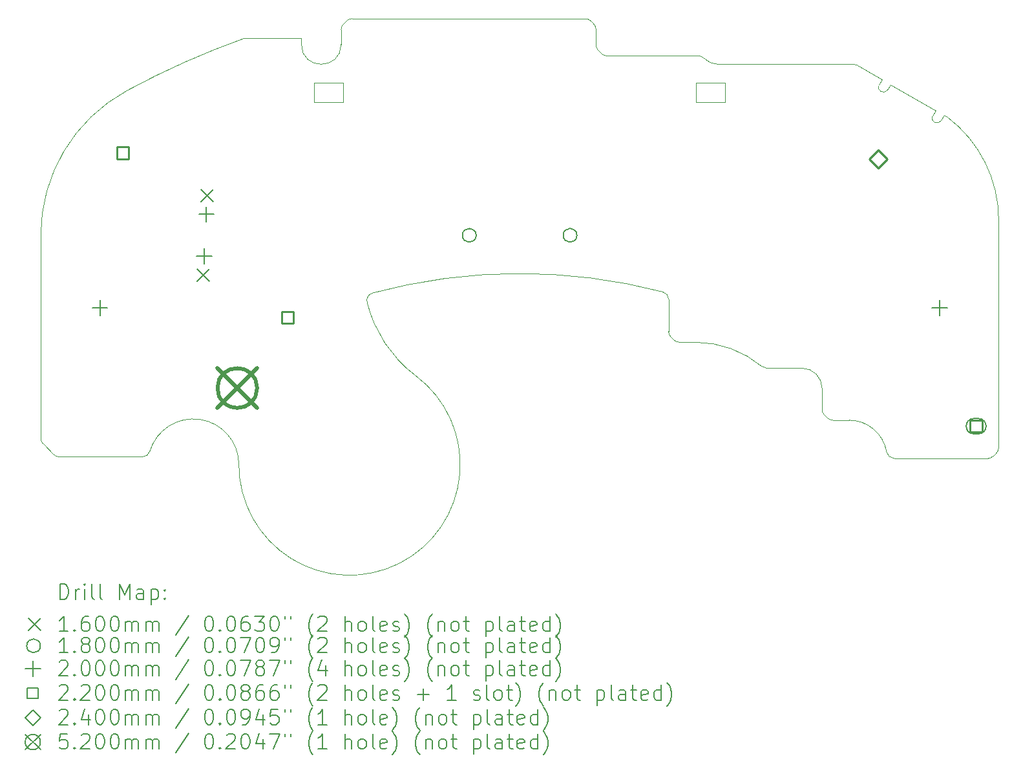
<source format=gbr>
%FSLAX45Y45*%
G04 Gerber Fmt 4.5, Leading zero omitted, Abs format (unit mm)*
G04 Created by KiCad (PCBNEW (6.0.1)) date 2022-03-24 20:43:00*
%MOMM*%
%LPD*%
G01*
G04 APERTURE LIST*
%TA.AperFunction,Profile*%
%ADD10C,0.050000*%
%TD*%
%TA.AperFunction,Profile*%
%ADD11C,0.100000*%
%TD*%
%ADD12C,0.200000*%
%ADD13C,0.160000*%
%ADD14C,0.180000*%
%ADD15C,0.220000*%
%ADD16C,0.240000*%
%ADD17C,0.520000*%
G04 APERTURE END LIST*
D10*
X8570000Y-6100000D02*
X8570000Y-5840000D01*
X13570000Y-6100000D02*
X13570000Y-5840000D01*
D11*
X16166099Y-10760711D02*
X17394289Y-10760711D01*
X16669789Y-6273213D02*
X16709667Y-6203861D01*
X5156421Y-10711421D02*
G75*
G03*
X5227132Y-10740711I70711J70711D01*
G01*
X15220711Y-9840711D02*
X15220711Y-10119289D01*
X15362132Y-10260711D02*
X15574491Y-10260711D01*
X16007473Y-5800099D02*
X15683857Y-5614020D01*
X16669789Y-6273213D02*
G75*
G03*
X16782487Y-6338014I56349J-32401D01*
G01*
D10*
X13570000Y-5840000D02*
X13950000Y-5840000D01*
D11*
X6116445Y-5944687D02*
G75*
G03*
X4985711Y-7840710I1024266J-1896023D01*
G01*
X17465000Y-10731421D02*
X17506421Y-10690000D01*
X16120171Y-5864900D02*
X16080293Y-5934253D01*
D10*
X8950000Y-6100000D02*
X8570000Y-6100000D01*
D11*
X13210711Y-8678130D02*
G75*
G03*
X13135962Y-8581370I-100000J0D01*
G01*
X9332099Y-8595508D02*
G75*
G03*
X9260886Y-8715648I25969J-96569D01*
G01*
X8400711Y-5340711D02*
G75*
G03*
X8920711Y-5340711I260000J0D01*
G01*
X8920711Y-5145096D02*
X8920711Y-5340711D01*
X8950000Y-5074386D02*
G75*
G03*
X8920711Y-5145096I70710J-70710D01*
G01*
X16860711Y-6290711D02*
X16822365Y-6268662D01*
X13281421Y-9211421D02*
G75*
G03*
X13352132Y-9240711I70711J70711D01*
G01*
X13135962Y-8581370D02*
G75*
G03*
X9332099Y-8595508I-1875251J-7185770D01*
G01*
X13673732Y-5521373D02*
G75*
G03*
X13860711Y-5600711I186979J180663D01*
G01*
X13240000Y-9170000D02*
X13281421Y-9211421D01*
X4985711Y-7840711D02*
X4985711Y-10499289D01*
X12260711Y-5145096D02*
G75*
G03*
X12231421Y-5074386I-99999J0D01*
G01*
X15250000Y-10190000D02*
X15291421Y-10231421D01*
X17535711Y-7640711D02*
G75*
G03*
X16860711Y-6290711I-1687500J0D01*
G01*
X7677994Y-5258012D02*
G75*
G03*
X7644355Y-5263840I0J-100002D01*
G01*
X8991421Y-5032964D02*
X8950000Y-5074386D01*
X14433600Y-9557442D02*
G75*
G03*
X13560711Y-9240711I-872889J-1044446D01*
G01*
X14433600Y-9557442D02*
G75*
G03*
X14497727Y-9580711I64128J76732D01*
G01*
X16822365Y-6268662D02*
X16782487Y-6338014D01*
D10*
X13950000Y-5840000D02*
X13950000Y-6100000D01*
D11*
X12260711Y-5349438D02*
X12260711Y-5145096D01*
X12331421Y-5461570D02*
G75*
G03*
X12402132Y-5490859I70710J70710D01*
G01*
X8400711Y-5258012D02*
X7677994Y-5258012D01*
X5227132Y-10740711D02*
X6317745Y-10740711D01*
X12231421Y-5074386D02*
X12190000Y-5032964D01*
X7580710Y-10840711D02*
G75*
G03*
X6413529Y-10669440I-596157J0D01*
G01*
D10*
X8570000Y-5840000D02*
X8950000Y-5840000D01*
D11*
X16067498Y-10677377D02*
G75*
G03*
X15574491Y-10260711I-493007J-83333D01*
G01*
X16709667Y-6203861D02*
X16120171Y-5864900D01*
X12260711Y-5349438D02*
G75*
G03*
X12290000Y-5420148I99999J0D01*
G01*
X13210711Y-8678130D02*
X13210711Y-9099289D01*
X7580710Y-10840711D02*
G75*
G03*
X9897154Y-9678052I1450000J0D01*
G01*
X9062132Y-5003675D02*
G75*
G03*
X8991421Y-5032964I0J-99999D01*
G01*
X8400711Y-5340711D02*
X8400711Y-5258012D01*
X15291421Y-10231421D02*
G75*
G03*
X15362132Y-10260711I70711J70711D01*
G01*
X13601817Y-5490859D02*
X12402132Y-5490859D01*
X7644355Y-5263839D02*
G75*
G03*
X6116444Y-5944687I3700355J-10358910D01*
G01*
X17535711Y-10619289D02*
X17535711Y-7640711D01*
X15220711Y-10119289D02*
G75*
G03*
X15250000Y-10190000I99999J0D01*
G01*
X16067498Y-10677377D02*
G75*
G03*
X16166099Y-10760711I98601J16667D01*
G01*
X12119289Y-5003675D02*
X9062132Y-5003675D01*
X15634010Y-5600711D02*
X13860711Y-5600711D01*
D10*
X8950000Y-5840000D02*
X8950000Y-6100000D01*
D11*
X5015000Y-10570000D02*
X5156421Y-10711421D01*
X15967595Y-5869452D02*
X16007473Y-5800099D01*
X15967595Y-5869452D02*
G75*
G03*
X16080293Y-5934253I56349J-32401D01*
G01*
D10*
X13950000Y-6100000D02*
X13570000Y-6100000D01*
D11*
X17394289Y-10760711D02*
G75*
G03*
X17465000Y-10731421I0J99999D01*
G01*
X17506421Y-10690000D02*
G75*
G03*
X17535711Y-10619289I-70711J70711D01*
G01*
X12190000Y-5032964D02*
G75*
G03*
X12119289Y-5003675I-70711J-70711D01*
G01*
X9260887Y-8715648D02*
G75*
G03*
X9897154Y-9678052I1652099J400714D01*
G01*
X15220711Y-9840711D02*
G75*
G03*
X14960711Y-9580711I-260000J0D01*
G01*
X13673732Y-5521373D02*
G75*
G03*
X13601817Y-5490859I-71915J-69485D01*
G01*
X15683857Y-5614020D02*
G75*
G03*
X15634010Y-5600711I-49847J-86689D01*
G01*
X12331421Y-5461570D02*
X12290000Y-5420148D01*
X6317745Y-10740711D02*
G75*
G03*
X6413529Y-10669440I0J100000D01*
G01*
X14497727Y-9580711D02*
X14960711Y-9580711D01*
X13210711Y-9099289D02*
G75*
G03*
X13240000Y-9170000I99999J0D01*
G01*
X4985711Y-10499289D02*
G75*
G03*
X5015000Y-10570000I99999J0D01*
G01*
X13352132Y-9240711D02*
X13560711Y-9240711D01*
D12*
D13*
X7033163Y-8281607D02*
X7193163Y-8441607D01*
X7193163Y-8281607D02*
X7033163Y-8441607D01*
X7087854Y-7238039D02*
X7247854Y-7398039D01*
X7247854Y-7238039D02*
X7087854Y-7398039D01*
D14*
X10690000Y-7840000D02*
G75*
G03*
X10690000Y-7840000I-90000J0D01*
G01*
X12010000Y-7840000D02*
G75*
G03*
X12010000Y-7840000I-90000J0D01*
G01*
D12*
X5760000Y-8690000D02*
X5760000Y-8890000D01*
X5660000Y-8790000D02*
X5860000Y-8790000D01*
X7126116Y-8014446D02*
X7126116Y-8214446D01*
X7026116Y-8114446D02*
X7226116Y-8114446D01*
X7154901Y-7465200D02*
X7154901Y-7665200D01*
X7054901Y-7565200D02*
X7254901Y-7565200D01*
X16760000Y-8690000D02*
X16760000Y-8890000D01*
X16660000Y-8790000D02*
X16860000Y-8790000D01*
D15*
X6139445Y-6839445D02*
X6139445Y-6683880D01*
X5983880Y-6683880D01*
X5983880Y-6839445D01*
X6139445Y-6839445D01*
X8296120Y-8996120D02*
X8296120Y-8840555D01*
X8140555Y-8840555D01*
X8140555Y-8996120D01*
X8296120Y-8996120D01*
X17317783Y-10417783D02*
X17317783Y-10262218D01*
X17162218Y-10262218D01*
X17162218Y-10417783D01*
X17317783Y-10417783D01*
D12*
X17210000Y-10440000D02*
X17270000Y-10440000D01*
X17210000Y-10240000D02*
X17270000Y-10240000D01*
X17270000Y-10440000D02*
G75*
G03*
X17270000Y-10240000I0J100000D01*
G01*
X17210000Y-10240000D02*
G75*
G03*
X17210000Y-10440000I0J-100000D01*
G01*
D16*
X15960000Y-6960000D02*
X16080000Y-6840000D01*
X15960000Y-6720000D01*
X15840000Y-6840000D01*
X15960000Y-6960000D01*
D17*
X7300000Y-9580000D02*
X7820000Y-10100000D01*
X7820000Y-9580000D02*
X7300000Y-10100000D01*
X7820000Y-9840000D02*
G75*
G03*
X7820000Y-9840000I-260000J0D01*
G01*
D12*
X5238330Y-12606187D02*
X5238330Y-12406187D01*
X5285949Y-12406187D01*
X5314520Y-12415711D01*
X5333568Y-12434758D01*
X5343091Y-12453806D01*
X5352615Y-12491901D01*
X5352615Y-12520473D01*
X5343091Y-12558568D01*
X5333568Y-12577615D01*
X5314520Y-12596663D01*
X5285949Y-12606187D01*
X5238330Y-12606187D01*
X5438330Y-12606187D02*
X5438330Y-12472854D01*
X5438330Y-12510949D02*
X5447853Y-12491901D01*
X5457377Y-12482377D01*
X5476425Y-12472854D01*
X5495472Y-12472854D01*
X5562139Y-12606187D02*
X5562139Y-12472854D01*
X5562139Y-12406187D02*
X5552615Y-12415711D01*
X5562139Y-12425235D01*
X5571663Y-12415711D01*
X5562139Y-12406187D01*
X5562139Y-12425235D01*
X5685948Y-12606187D02*
X5666901Y-12596663D01*
X5657377Y-12577615D01*
X5657377Y-12406187D01*
X5790710Y-12606187D02*
X5771663Y-12596663D01*
X5762139Y-12577615D01*
X5762139Y-12406187D01*
X6019282Y-12606187D02*
X6019282Y-12406187D01*
X6085948Y-12549044D01*
X6152615Y-12406187D01*
X6152615Y-12606187D01*
X6333568Y-12606187D02*
X6333568Y-12501425D01*
X6324044Y-12482377D01*
X6304996Y-12472854D01*
X6266901Y-12472854D01*
X6247853Y-12482377D01*
X6333568Y-12596663D02*
X6314520Y-12606187D01*
X6266901Y-12606187D01*
X6247853Y-12596663D01*
X6238329Y-12577615D01*
X6238329Y-12558568D01*
X6247853Y-12539520D01*
X6266901Y-12529996D01*
X6314520Y-12529996D01*
X6333568Y-12520473D01*
X6428806Y-12472854D02*
X6428806Y-12672854D01*
X6428806Y-12482377D02*
X6447853Y-12472854D01*
X6485948Y-12472854D01*
X6504996Y-12482377D01*
X6514520Y-12491901D01*
X6524044Y-12510949D01*
X6524044Y-12568092D01*
X6514520Y-12587139D01*
X6504996Y-12596663D01*
X6485948Y-12606187D01*
X6447853Y-12606187D01*
X6428806Y-12596663D01*
X6609758Y-12587139D02*
X6619282Y-12596663D01*
X6609758Y-12606187D01*
X6600234Y-12596663D01*
X6609758Y-12587139D01*
X6609758Y-12606187D01*
X6609758Y-12482377D02*
X6619282Y-12491901D01*
X6609758Y-12501425D01*
X6600234Y-12491901D01*
X6609758Y-12482377D01*
X6609758Y-12501425D01*
D13*
X4820711Y-12855711D02*
X4980711Y-13015711D01*
X4980711Y-12855711D02*
X4820711Y-13015711D01*
D12*
X5343091Y-13026187D02*
X5228806Y-13026187D01*
X5285949Y-13026187D02*
X5285949Y-12826187D01*
X5266901Y-12854758D01*
X5247853Y-12873806D01*
X5228806Y-12883330D01*
X5428806Y-13007139D02*
X5438330Y-13016663D01*
X5428806Y-13026187D01*
X5419282Y-13016663D01*
X5428806Y-13007139D01*
X5428806Y-13026187D01*
X5609758Y-12826187D02*
X5571663Y-12826187D01*
X5552615Y-12835711D01*
X5543091Y-12845235D01*
X5524044Y-12873806D01*
X5514520Y-12911901D01*
X5514520Y-12988092D01*
X5524044Y-13007139D01*
X5533568Y-13016663D01*
X5552615Y-13026187D01*
X5590711Y-13026187D01*
X5609758Y-13016663D01*
X5619282Y-13007139D01*
X5628806Y-12988092D01*
X5628806Y-12940473D01*
X5619282Y-12921425D01*
X5609758Y-12911901D01*
X5590711Y-12902377D01*
X5552615Y-12902377D01*
X5533568Y-12911901D01*
X5524044Y-12921425D01*
X5514520Y-12940473D01*
X5752615Y-12826187D02*
X5771663Y-12826187D01*
X5790710Y-12835711D01*
X5800234Y-12845235D01*
X5809758Y-12864282D01*
X5819282Y-12902377D01*
X5819282Y-12949996D01*
X5809758Y-12988092D01*
X5800234Y-13007139D01*
X5790710Y-13016663D01*
X5771663Y-13026187D01*
X5752615Y-13026187D01*
X5733568Y-13016663D01*
X5724044Y-13007139D01*
X5714520Y-12988092D01*
X5704996Y-12949996D01*
X5704996Y-12902377D01*
X5714520Y-12864282D01*
X5724044Y-12845235D01*
X5733568Y-12835711D01*
X5752615Y-12826187D01*
X5943091Y-12826187D02*
X5962139Y-12826187D01*
X5981187Y-12835711D01*
X5990710Y-12845235D01*
X6000234Y-12864282D01*
X6009758Y-12902377D01*
X6009758Y-12949996D01*
X6000234Y-12988092D01*
X5990710Y-13007139D01*
X5981187Y-13016663D01*
X5962139Y-13026187D01*
X5943091Y-13026187D01*
X5924044Y-13016663D01*
X5914520Y-13007139D01*
X5904996Y-12988092D01*
X5895472Y-12949996D01*
X5895472Y-12902377D01*
X5904996Y-12864282D01*
X5914520Y-12845235D01*
X5924044Y-12835711D01*
X5943091Y-12826187D01*
X6095472Y-13026187D02*
X6095472Y-12892854D01*
X6095472Y-12911901D02*
X6104996Y-12902377D01*
X6124044Y-12892854D01*
X6152615Y-12892854D01*
X6171663Y-12902377D01*
X6181187Y-12921425D01*
X6181187Y-13026187D01*
X6181187Y-12921425D02*
X6190710Y-12902377D01*
X6209758Y-12892854D01*
X6238329Y-12892854D01*
X6257377Y-12902377D01*
X6266901Y-12921425D01*
X6266901Y-13026187D01*
X6362139Y-13026187D02*
X6362139Y-12892854D01*
X6362139Y-12911901D02*
X6371663Y-12902377D01*
X6390710Y-12892854D01*
X6419282Y-12892854D01*
X6438329Y-12902377D01*
X6447853Y-12921425D01*
X6447853Y-13026187D01*
X6447853Y-12921425D02*
X6457377Y-12902377D01*
X6476425Y-12892854D01*
X6504996Y-12892854D01*
X6524044Y-12902377D01*
X6533568Y-12921425D01*
X6533568Y-13026187D01*
X6924044Y-12816663D02*
X6752615Y-13073806D01*
X7181187Y-12826187D02*
X7200234Y-12826187D01*
X7219282Y-12835711D01*
X7228806Y-12845235D01*
X7238329Y-12864282D01*
X7247853Y-12902377D01*
X7247853Y-12949996D01*
X7238329Y-12988092D01*
X7228806Y-13007139D01*
X7219282Y-13016663D01*
X7200234Y-13026187D01*
X7181187Y-13026187D01*
X7162139Y-13016663D01*
X7152615Y-13007139D01*
X7143091Y-12988092D01*
X7133568Y-12949996D01*
X7133568Y-12902377D01*
X7143091Y-12864282D01*
X7152615Y-12845235D01*
X7162139Y-12835711D01*
X7181187Y-12826187D01*
X7333568Y-13007139D02*
X7343091Y-13016663D01*
X7333568Y-13026187D01*
X7324044Y-13016663D01*
X7333568Y-13007139D01*
X7333568Y-13026187D01*
X7466901Y-12826187D02*
X7485948Y-12826187D01*
X7504996Y-12835711D01*
X7514520Y-12845235D01*
X7524044Y-12864282D01*
X7533568Y-12902377D01*
X7533568Y-12949996D01*
X7524044Y-12988092D01*
X7514520Y-13007139D01*
X7504996Y-13016663D01*
X7485948Y-13026187D01*
X7466901Y-13026187D01*
X7447853Y-13016663D01*
X7438329Y-13007139D01*
X7428806Y-12988092D01*
X7419282Y-12949996D01*
X7419282Y-12902377D01*
X7428806Y-12864282D01*
X7438329Y-12845235D01*
X7447853Y-12835711D01*
X7466901Y-12826187D01*
X7704996Y-12826187D02*
X7666901Y-12826187D01*
X7647853Y-12835711D01*
X7638329Y-12845235D01*
X7619282Y-12873806D01*
X7609758Y-12911901D01*
X7609758Y-12988092D01*
X7619282Y-13007139D01*
X7628806Y-13016663D01*
X7647853Y-13026187D01*
X7685948Y-13026187D01*
X7704996Y-13016663D01*
X7714520Y-13007139D01*
X7724044Y-12988092D01*
X7724044Y-12940473D01*
X7714520Y-12921425D01*
X7704996Y-12911901D01*
X7685948Y-12902377D01*
X7647853Y-12902377D01*
X7628806Y-12911901D01*
X7619282Y-12921425D01*
X7609758Y-12940473D01*
X7790710Y-12826187D02*
X7914520Y-12826187D01*
X7847853Y-12902377D01*
X7876425Y-12902377D01*
X7895472Y-12911901D01*
X7904996Y-12921425D01*
X7914520Y-12940473D01*
X7914520Y-12988092D01*
X7904996Y-13007139D01*
X7895472Y-13016663D01*
X7876425Y-13026187D01*
X7819282Y-13026187D01*
X7800234Y-13016663D01*
X7790710Y-13007139D01*
X8038329Y-12826187D02*
X8057377Y-12826187D01*
X8076425Y-12835711D01*
X8085948Y-12845235D01*
X8095472Y-12864282D01*
X8104996Y-12902377D01*
X8104996Y-12949996D01*
X8095472Y-12988092D01*
X8085948Y-13007139D01*
X8076425Y-13016663D01*
X8057377Y-13026187D01*
X8038329Y-13026187D01*
X8019282Y-13016663D01*
X8009758Y-13007139D01*
X8000234Y-12988092D01*
X7990710Y-12949996D01*
X7990710Y-12902377D01*
X8000234Y-12864282D01*
X8009758Y-12845235D01*
X8019282Y-12835711D01*
X8038329Y-12826187D01*
X8181187Y-12826187D02*
X8181187Y-12864282D01*
X8257377Y-12826187D02*
X8257377Y-12864282D01*
X8552615Y-13102377D02*
X8543091Y-13092854D01*
X8524044Y-13064282D01*
X8514520Y-13045235D01*
X8504996Y-13016663D01*
X8495472Y-12969044D01*
X8495472Y-12930949D01*
X8504996Y-12883330D01*
X8514520Y-12854758D01*
X8524044Y-12835711D01*
X8543091Y-12807139D01*
X8552615Y-12797615D01*
X8619282Y-12845235D02*
X8628806Y-12835711D01*
X8647853Y-12826187D01*
X8695472Y-12826187D01*
X8714520Y-12835711D01*
X8724044Y-12845235D01*
X8733568Y-12864282D01*
X8733568Y-12883330D01*
X8724044Y-12911901D01*
X8609758Y-13026187D01*
X8733568Y-13026187D01*
X8971663Y-13026187D02*
X8971663Y-12826187D01*
X9057377Y-13026187D02*
X9057377Y-12921425D01*
X9047853Y-12902377D01*
X9028806Y-12892854D01*
X9000234Y-12892854D01*
X8981187Y-12902377D01*
X8971663Y-12911901D01*
X9181187Y-13026187D02*
X9162139Y-13016663D01*
X9152615Y-13007139D01*
X9143091Y-12988092D01*
X9143091Y-12930949D01*
X9152615Y-12911901D01*
X9162139Y-12902377D01*
X9181187Y-12892854D01*
X9209758Y-12892854D01*
X9228806Y-12902377D01*
X9238330Y-12911901D01*
X9247853Y-12930949D01*
X9247853Y-12988092D01*
X9238330Y-13007139D01*
X9228806Y-13016663D01*
X9209758Y-13026187D01*
X9181187Y-13026187D01*
X9362139Y-13026187D02*
X9343091Y-13016663D01*
X9333568Y-12997615D01*
X9333568Y-12826187D01*
X9514520Y-13016663D02*
X9495472Y-13026187D01*
X9457377Y-13026187D01*
X9438330Y-13016663D01*
X9428806Y-12997615D01*
X9428806Y-12921425D01*
X9438330Y-12902377D01*
X9457377Y-12892854D01*
X9495472Y-12892854D01*
X9514520Y-12902377D01*
X9524044Y-12921425D01*
X9524044Y-12940473D01*
X9428806Y-12959520D01*
X9600234Y-13016663D02*
X9619282Y-13026187D01*
X9657377Y-13026187D01*
X9676425Y-13016663D01*
X9685949Y-12997615D01*
X9685949Y-12988092D01*
X9676425Y-12969044D01*
X9657377Y-12959520D01*
X9628806Y-12959520D01*
X9609758Y-12949996D01*
X9600234Y-12930949D01*
X9600234Y-12921425D01*
X9609758Y-12902377D01*
X9628806Y-12892854D01*
X9657377Y-12892854D01*
X9676425Y-12902377D01*
X9752615Y-13102377D02*
X9762139Y-13092854D01*
X9781187Y-13064282D01*
X9790710Y-13045235D01*
X9800234Y-13016663D01*
X9809758Y-12969044D01*
X9809758Y-12930949D01*
X9800234Y-12883330D01*
X9790710Y-12854758D01*
X9781187Y-12835711D01*
X9762139Y-12807139D01*
X9752615Y-12797615D01*
X10114520Y-13102377D02*
X10104996Y-13092854D01*
X10085949Y-13064282D01*
X10076425Y-13045235D01*
X10066901Y-13016663D01*
X10057377Y-12969044D01*
X10057377Y-12930949D01*
X10066901Y-12883330D01*
X10076425Y-12854758D01*
X10085949Y-12835711D01*
X10104996Y-12807139D01*
X10114520Y-12797615D01*
X10190710Y-12892854D02*
X10190710Y-13026187D01*
X10190710Y-12911901D02*
X10200234Y-12902377D01*
X10219282Y-12892854D01*
X10247853Y-12892854D01*
X10266901Y-12902377D01*
X10276425Y-12921425D01*
X10276425Y-13026187D01*
X10400234Y-13026187D02*
X10381187Y-13016663D01*
X10371663Y-13007139D01*
X10362139Y-12988092D01*
X10362139Y-12930949D01*
X10371663Y-12911901D01*
X10381187Y-12902377D01*
X10400234Y-12892854D01*
X10428806Y-12892854D01*
X10447853Y-12902377D01*
X10457377Y-12911901D01*
X10466901Y-12930949D01*
X10466901Y-12988092D01*
X10457377Y-13007139D01*
X10447853Y-13016663D01*
X10428806Y-13026187D01*
X10400234Y-13026187D01*
X10524044Y-12892854D02*
X10600234Y-12892854D01*
X10552615Y-12826187D02*
X10552615Y-12997615D01*
X10562139Y-13016663D01*
X10581187Y-13026187D01*
X10600234Y-13026187D01*
X10819282Y-12892854D02*
X10819282Y-13092854D01*
X10819282Y-12902377D02*
X10838330Y-12892854D01*
X10876425Y-12892854D01*
X10895472Y-12902377D01*
X10904996Y-12911901D01*
X10914520Y-12930949D01*
X10914520Y-12988092D01*
X10904996Y-13007139D01*
X10895472Y-13016663D01*
X10876425Y-13026187D01*
X10838330Y-13026187D01*
X10819282Y-13016663D01*
X11028806Y-13026187D02*
X11009758Y-13016663D01*
X11000234Y-12997615D01*
X11000234Y-12826187D01*
X11190710Y-13026187D02*
X11190710Y-12921425D01*
X11181187Y-12902377D01*
X11162139Y-12892854D01*
X11124044Y-12892854D01*
X11104996Y-12902377D01*
X11190710Y-13016663D02*
X11171663Y-13026187D01*
X11124044Y-13026187D01*
X11104996Y-13016663D01*
X11095472Y-12997615D01*
X11095472Y-12978568D01*
X11104996Y-12959520D01*
X11124044Y-12949996D01*
X11171663Y-12949996D01*
X11190710Y-12940473D01*
X11257377Y-12892854D02*
X11333568Y-12892854D01*
X11285948Y-12826187D02*
X11285948Y-12997615D01*
X11295472Y-13016663D01*
X11314520Y-13026187D01*
X11333568Y-13026187D01*
X11476425Y-13016663D02*
X11457377Y-13026187D01*
X11419282Y-13026187D01*
X11400234Y-13016663D01*
X11390710Y-12997615D01*
X11390710Y-12921425D01*
X11400234Y-12902377D01*
X11419282Y-12892854D01*
X11457377Y-12892854D01*
X11476425Y-12902377D01*
X11485948Y-12921425D01*
X11485948Y-12940473D01*
X11390710Y-12959520D01*
X11657377Y-13026187D02*
X11657377Y-12826187D01*
X11657377Y-13016663D02*
X11638329Y-13026187D01*
X11600234Y-13026187D01*
X11581187Y-13016663D01*
X11571663Y-13007139D01*
X11562139Y-12988092D01*
X11562139Y-12930949D01*
X11571663Y-12911901D01*
X11581187Y-12902377D01*
X11600234Y-12892854D01*
X11638329Y-12892854D01*
X11657377Y-12902377D01*
X11733568Y-13102377D02*
X11743091Y-13092854D01*
X11762139Y-13064282D01*
X11771663Y-13045235D01*
X11781187Y-13016663D01*
X11790710Y-12969044D01*
X11790710Y-12930949D01*
X11781187Y-12883330D01*
X11771663Y-12854758D01*
X11762139Y-12835711D01*
X11743091Y-12807139D01*
X11733568Y-12797615D01*
D14*
X4980711Y-13215711D02*
G75*
G03*
X4980711Y-13215711I-90000J0D01*
G01*
D12*
X5343091Y-13306187D02*
X5228806Y-13306187D01*
X5285949Y-13306187D02*
X5285949Y-13106187D01*
X5266901Y-13134758D01*
X5247853Y-13153806D01*
X5228806Y-13163330D01*
X5428806Y-13287139D02*
X5438330Y-13296663D01*
X5428806Y-13306187D01*
X5419282Y-13296663D01*
X5428806Y-13287139D01*
X5428806Y-13306187D01*
X5552615Y-13191901D02*
X5533568Y-13182377D01*
X5524044Y-13172854D01*
X5514520Y-13153806D01*
X5514520Y-13144282D01*
X5524044Y-13125235D01*
X5533568Y-13115711D01*
X5552615Y-13106187D01*
X5590711Y-13106187D01*
X5609758Y-13115711D01*
X5619282Y-13125235D01*
X5628806Y-13144282D01*
X5628806Y-13153806D01*
X5619282Y-13172854D01*
X5609758Y-13182377D01*
X5590711Y-13191901D01*
X5552615Y-13191901D01*
X5533568Y-13201425D01*
X5524044Y-13210949D01*
X5514520Y-13229996D01*
X5514520Y-13268092D01*
X5524044Y-13287139D01*
X5533568Y-13296663D01*
X5552615Y-13306187D01*
X5590711Y-13306187D01*
X5609758Y-13296663D01*
X5619282Y-13287139D01*
X5628806Y-13268092D01*
X5628806Y-13229996D01*
X5619282Y-13210949D01*
X5609758Y-13201425D01*
X5590711Y-13191901D01*
X5752615Y-13106187D02*
X5771663Y-13106187D01*
X5790710Y-13115711D01*
X5800234Y-13125235D01*
X5809758Y-13144282D01*
X5819282Y-13182377D01*
X5819282Y-13229996D01*
X5809758Y-13268092D01*
X5800234Y-13287139D01*
X5790710Y-13296663D01*
X5771663Y-13306187D01*
X5752615Y-13306187D01*
X5733568Y-13296663D01*
X5724044Y-13287139D01*
X5714520Y-13268092D01*
X5704996Y-13229996D01*
X5704996Y-13182377D01*
X5714520Y-13144282D01*
X5724044Y-13125235D01*
X5733568Y-13115711D01*
X5752615Y-13106187D01*
X5943091Y-13106187D02*
X5962139Y-13106187D01*
X5981187Y-13115711D01*
X5990710Y-13125235D01*
X6000234Y-13144282D01*
X6009758Y-13182377D01*
X6009758Y-13229996D01*
X6000234Y-13268092D01*
X5990710Y-13287139D01*
X5981187Y-13296663D01*
X5962139Y-13306187D01*
X5943091Y-13306187D01*
X5924044Y-13296663D01*
X5914520Y-13287139D01*
X5904996Y-13268092D01*
X5895472Y-13229996D01*
X5895472Y-13182377D01*
X5904996Y-13144282D01*
X5914520Y-13125235D01*
X5924044Y-13115711D01*
X5943091Y-13106187D01*
X6095472Y-13306187D02*
X6095472Y-13172854D01*
X6095472Y-13191901D02*
X6104996Y-13182377D01*
X6124044Y-13172854D01*
X6152615Y-13172854D01*
X6171663Y-13182377D01*
X6181187Y-13201425D01*
X6181187Y-13306187D01*
X6181187Y-13201425D02*
X6190710Y-13182377D01*
X6209758Y-13172854D01*
X6238329Y-13172854D01*
X6257377Y-13182377D01*
X6266901Y-13201425D01*
X6266901Y-13306187D01*
X6362139Y-13306187D02*
X6362139Y-13172854D01*
X6362139Y-13191901D02*
X6371663Y-13182377D01*
X6390710Y-13172854D01*
X6419282Y-13172854D01*
X6438329Y-13182377D01*
X6447853Y-13201425D01*
X6447853Y-13306187D01*
X6447853Y-13201425D02*
X6457377Y-13182377D01*
X6476425Y-13172854D01*
X6504996Y-13172854D01*
X6524044Y-13182377D01*
X6533568Y-13201425D01*
X6533568Y-13306187D01*
X6924044Y-13096663D02*
X6752615Y-13353806D01*
X7181187Y-13106187D02*
X7200234Y-13106187D01*
X7219282Y-13115711D01*
X7228806Y-13125235D01*
X7238329Y-13144282D01*
X7247853Y-13182377D01*
X7247853Y-13229996D01*
X7238329Y-13268092D01*
X7228806Y-13287139D01*
X7219282Y-13296663D01*
X7200234Y-13306187D01*
X7181187Y-13306187D01*
X7162139Y-13296663D01*
X7152615Y-13287139D01*
X7143091Y-13268092D01*
X7133568Y-13229996D01*
X7133568Y-13182377D01*
X7143091Y-13144282D01*
X7152615Y-13125235D01*
X7162139Y-13115711D01*
X7181187Y-13106187D01*
X7333568Y-13287139D02*
X7343091Y-13296663D01*
X7333568Y-13306187D01*
X7324044Y-13296663D01*
X7333568Y-13287139D01*
X7333568Y-13306187D01*
X7466901Y-13106187D02*
X7485948Y-13106187D01*
X7504996Y-13115711D01*
X7514520Y-13125235D01*
X7524044Y-13144282D01*
X7533568Y-13182377D01*
X7533568Y-13229996D01*
X7524044Y-13268092D01*
X7514520Y-13287139D01*
X7504996Y-13296663D01*
X7485948Y-13306187D01*
X7466901Y-13306187D01*
X7447853Y-13296663D01*
X7438329Y-13287139D01*
X7428806Y-13268092D01*
X7419282Y-13229996D01*
X7419282Y-13182377D01*
X7428806Y-13144282D01*
X7438329Y-13125235D01*
X7447853Y-13115711D01*
X7466901Y-13106187D01*
X7600234Y-13106187D02*
X7733568Y-13106187D01*
X7647853Y-13306187D01*
X7847853Y-13106187D02*
X7866901Y-13106187D01*
X7885948Y-13115711D01*
X7895472Y-13125235D01*
X7904996Y-13144282D01*
X7914520Y-13182377D01*
X7914520Y-13229996D01*
X7904996Y-13268092D01*
X7895472Y-13287139D01*
X7885948Y-13296663D01*
X7866901Y-13306187D01*
X7847853Y-13306187D01*
X7828806Y-13296663D01*
X7819282Y-13287139D01*
X7809758Y-13268092D01*
X7800234Y-13229996D01*
X7800234Y-13182377D01*
X7809758Y-13144282D01*
X7819282Y-13125235D01*
X7828806Y-13115711D01*
X7847853Y-13106187D01*
X8009758Y-13306187D02*
X8047853Y-13306187D01*
X8066901Y-13296663D01*
X8076425Y-13287139D01*
X8095472Y-13258568D01*
X8104996Y-13220473D01*
X8104996Y-13144282D01*
X8095472Y-13125235D01*
X8085948Y-13115711D01*
X8066901Y-13106187D01*
X8028806Y-13106187D01*
X8009758Y-13115711D01*
X8000234Y-13125235D01*
X7990710Y-13144282D01*
X7990710Y-13191901D01*
X8000234Y-13210949D01*
X8009758Y-13220473D01*
X8028806Y-13229996D01*
X8066901Y-13229996D01*
X8085948Y-13220473D01*
X8095472Y-13210949D01*
X8104996Y-13191901D01*
X8181187Y-13106187D02*
X8181187Y-13144282D01*
X8257377Y-13106187D02*
X8257377Y-13144282D01*
X8552615Y-13382377D02*
X8543091Y-13372854D01*
X8524044Y-13344282D01*
X8514520Y-13325235D01*
X8504996Y-13296663D01*
X8495472Y-13249044D01*
X8495472Y-13210949D01*
X8504996Y-13163330D01*
X8514520Y-13134758D01*
X8524044Y-13115711D01*
X8543091Y-13087139D01*
X8552615Y-13077615D01*
X8619282Y-13125235D02*
X8628806Y-13115711D01*
X8647853Y-13106187D01*
X8695472Y-13106187D01*
X8714520Y-13115711D01*
X8724044Y-13125235D01*
X8733568Y-13144282D01*
X8733568Y-13163330D01*
X8724044Y-13191901D01*
X8609758Y-13306187D01*
X8733568Y-13306187D01*
X8971663Y-13306187D02*
X8971663Y-13106187D01*
X9057377Y-13306187D02*
X9057377Y-13201425D01*
X9047853Y-13182377D01*
X9028806Y-13172854D01*
X9000234Y-13172854D01*
X8981187Y-13182377D01*
X8971663Y-13191901D01*
X9181187Y-13306187D02*
X9162139Y-13296663D01*
X9152615Y-13287139D01*
X9143091Y-13268092D01*
X9143091Y-13210949D01*
X9152615Y-13191901D01*
X9162139Y-13182377D01*
X9181187Y-13172854D01*
X9209758Y-13172854D01*
X9228806Y-13182377D01*
X9238330Y-13191901D01*
X9247853Y-13210949D01*
X9247853Y-13268092D01*
X9238330Y-13287139D01*
X9228806Y-13296663D01*
X9209758Y-13306187D01*
X9181187Y-13306187D01*
X9362139Y-13306187D02*
X9343091Y-13296663D01*
X9333568Y-13277615D01*
X9333568Y-13106187D01*
X9514520Y-13296663D02*
X9495472Y-13306187D01*
X9457377Y-13306187D01*
X9438330Y-13296663D01*
X9428806Y-13277615D01*
X9428806Y-13201425D01*
X9438330Y-13182377D01*
X9457377Y-13172854D01*
X9495472Y-13172854D01*
X9514520Y-13182377D01*
X9524044Y-13201425D01*
X9524044Y-13220473D01*
X9428806Y-13239520D01*
X9600234Y-13296663D02*
X9619282Y-13306187D01*
X9657377Y-13306187D01*
X9676425Y-13296663D01*
X9685949Y-13277615D01*
X9685949Y-13268092D01*
X9676425Y-13249044D01*
X9657377Y-13239520D01*
X9628806Y-13239520D01*
X9609758Y-13229996D01*
X9600234Y-13210949D01*
X9600234Y-13201425D01*
X9609758Y-13182377D01*
X9628806Y-13172854D01*
X9657377Y-13172854D01*
X9676425Y-13182377D01*
X9752615Y-13382377D02*
X9762139Y-13372854D01*
X9781187Y-13344282D01*
X9790710Y-13325235D01*
X9800234Y-13296663D01*
X9809758Y-13249044D01*
X9809758Y-13210949D01*
X9800234Y-13163330D01*
X9790710Y-13134758D01*
X9781187Y-13115711D01*
X9762139Y-13087139D01*
X9752615Y-13077615D01*
X10114520Y-13382377D02*
X10104996Y-13372854D01*
X10085949Y-13344282D01*
X10076425Y-13325235D01*
X10066901Y-13296663D01*
X10057377Y-13249044D01*
X10057377Y-13210949D01*
X10066901Y-13163330D01*
X10076425Y-13134758D01*
X10085949Y-13115711D01*
X10104996Y-13087139D01*
X10114520Y-13077615D01*
X10190710Y-13172854D02*
X10190710Y-13306187D01*
X10190710Y-13191901D02*
X10200234Y-13182377D01*
X10219282Y-13172854D01*
X10247853Y-13172854D01*
X10266901Y-13182377D01*
X10276425Y-13201425D01*
X10276425Y-13306187D01*
X10400234Y-13306187D02*
X10381187Y-13296663D01*
X10371663Y-13287139D01*
X10362139Y-13268092D01*
X10362139Y-13210949D01*
X10371663Y-13191901D01*
X10381187Y-13182377D01*
X10400234Y-13172854D01*
X10428806Y-13172854D01*
X10447853Y-13182377D01*
X10457377Y-13191901D01*
X10466901Y-13210949D01*
X10466901Y-13268092D01*
X10457377Y-13287139D01*
X10447853Y-13296663D01*
X10428806Y-13306187D01*
X10400234Y-13306187D01*
X10524044Y-13172854D02*
X10600234Y-13172854D01*
X10552615Y-13106187D02*
X10552615Y-13277615D01*
X10562139Y-13296663D01*
X10581187Y-13306187D01*
X10600234Y-13306187D01*
X10819282Y-13172854D02*
X10819282Y-13372854D01*
X10819282Y-13182377D02*
X10838330Y-13172854D01*
X10876425Y-13172854D01*
X10895472Y-13182377D01*
X10904996Y-13191901D01*
X10914520Y-13210949D01*
X10914520Y-13268092D01*
X10904996Y-13287139D01*
X10895472Y-13296663D01*
X10876425Y-13306187D01*
X10838330Y-13306187D01*
X10819282Y-13296663D01*
X11028806Y-13306187D02*
X11009758Y-13296663D01*
X11000234Y-13277615D01*
X11000234Y-13106187D01*
X11190710Y-13306187D02*
X11190710Y-13201425D01*
X11181187Y-13182377D01*
X11162139Y-13172854D01*
X11124044Y-13172854D01*
X11104996Y-13182377D01*
X11190710Y-13296663D02*
X11171663Y-13306187D01*
X11124044Y-13306187D01*
X11104996Y-13296663D01*
X11095472Y-13277615D01*
X11095472Y-13258568D01*
X11104996Y-13239520D01*
X11124044Y-13229996D01*
X11171663Y-13229996D01*
X11190710Y-13220473D01*
X11257377Y-13172854D02*
X11333568Y-13172854D01*
X11285948Y-13106187D02*
X11285948Y-13277615D01*
X11295472Y-13296663D01*
X11314520Y-13306187D01*
X11333568Y-13306187D01*
X11476425Y-13296663D02*
X11457377Y-13306187D01*
X11419282Y-13306187D01*
X11400234Y-13296663D01*
X11390710Y-13277615D01*
X11390710Y-13201425D01*
X11400234Y-13182377D01*
X11419282Y-13172854D01*
X11457377Y-13172854D01*
X11476425Y-13182377D01*
X11485948Y-13201425D01*
X11485948Y-13220473D01*
X11390710Y-13239520D01*
X11657377Y-13306187D02*
X11657377Y-13106187D01*
X11657377Y-13296663D02*
X11638329Y-13306187D01*
X11600234Y-13306187D01*
X11581187Y-13296663D01*
X11571663Y-13287139D01*
X11562139Y-13268092D01*
X11562139Y-13210949D01*
X11571663Y-13191901D01*
X11581187Y-13182377D01*
X11600234Y-13172854D01*
X11638329Y-13172854D01*
X11657377Y-13182377D01*
X11733568Y-13382377D02*
X11743091Y-13372854D01*
X11762139Y-13344282D01*
X11771663Y-13325235D01*
X11781187Y-13296663D01*
X11790710Y-13249044D01*
X11790710Y-13210949D01*
X11781187Y-13163330D01*
X11771663Y-13134758D01*
X11762139Y-13115711D01*
X11743091Y-13087139D01*
X11733568Y-13077615D01*
X4880711Y-13415711D02*
X4880711Y-13615711D01*
X4780711Y-13515711D02*
X4980711Y-13515711D01*
X5228806Y-13425235D02*
X5238330Y-13415711D01*
X5257377Y-13406187D01*
X5304996Y-13406187D01*
X5324044Y-13415711D01*
X5333568Y-13425235D01*
X5343091Y-13444282D01*
X5343091Y-13463330D01*
X5333568Y-13491901D01*
X5219282Y-13606187D01*
X5343091Y-13606187D01*
X5428806Y-13587139D02*
X5438330Y-13596663D01*
X5428806Y-13606187D01*
X5419282Y-13596663D01*
X5428806Y-13587139D01*
X5428806Y-13606187D01*
X5562139Y-13406187D02*
X5581187Y-13406187D01*
X5600234Y-13415711D01*
X5609758Y-13425235D01*
X5619282Y-13444282D01*
X5628806Y-13482377D01*
X5628806Y-13529996D01*
X5619282Y-13568092D01*
X5609758Y-13587139D01*
X5600234Y-13596663D01*
X5581187Y-13606187D01*
X5562139Y-13606187D01*
X5543091Y-13596663D01*
X5533568Y-13587139D01*
X5524044Y-13568092D01*
X5514520Y-13529996D01*
X5514520Y-13482377D01*
X5524044Y-13444282D01*
X5533568Y-13425235D01*
X5543091Y-13415711D01*
X5562139Y-13406187D01*
X5752615Y-13406187D02*
X5771663Y-13406187D01*
X5790710Y-13415711D01*
X5800234Y-13425235D01*
X5809758Y-13444282D01*
X5819282Y-13482377D01*
X5819282Y-13529996D01*
X5809758Y-13568092D01*
X5800234Y-13587139D01*
X5790710Y-13596663D01*
X5771663Y-13606187D01*
X5752615Y-13606187D01*
X5733568Y-13596663D01*
X5724044Y-13587139D01*
X5714520Y-13568092D01*
X5704996Y-13529996D01*
X5704996Y-13482377D01*
X5714520Y-13444282D01*
X5724044Y-13425235D01*
X5733568Y-13415711D01*
X5752615Y-13406187D01*
X5943091Y-13406187D02*
X5962139Y-13406187D01*
X5981187Y-13415711D01*
X5990710Y-13425235D01*
X6000234Y-13444282D01*
X6009758Y-13482377D01*
X6009758Y-13529996D01*
X6000234Y-13568092D01*
X5990710Y-13587139D01*
X5981187Y-13596663D01*
X5962139Y-13606187D01*
X5943091Y-13606187D01*
X5924044Y-13596663D01*
X5914520Y-13587139D01*
X5904996Y-13568092D01*
X5895472Y-13529996D01*
X5895472Y-13482377D01*
X5904996Y-13444282D01*
X5914520Y-13425235D01*
X5924044Y-13415711D01*
X5943091Y-13406187D01*
X6095472Y-13606187D02*
X6095472Y-13472854D01*
X6095472Y-13491901D02*
X6104996Y-13482377D01*
X6124044Y-13472854D01*
X6152615Y-13472854D01*
X6171663Y-13482377D01*
X6181187Y-13501425D01*
X6181187Y-13606187D01*
X6181187Y-13501425D02*
X6190710Y-13482377D01*
X6209758Y-13472854D01*
X6238329Y-13472854D01*
X6257377Y-13482377D01*
X6266901Y-13501425D01*
X6266901Y-13606187D01*
X6362139Y-13606187D02*
X6362139Y-13472854D01*
X6362139Y-13491901D02*
X6371663Y-13482377D01*
X6390710Y-13472854D01*
X6419282Y-13472854D01*
X6438329Y-13482377D01*
X6447853Y-13501425D01*
X6447853Y-13606187D01*
X6447853Y-13501425D02*
X6457377Y-13482377D01*
X6476425Y-13472854D01*
X6504996Y-13472854D01*
X6524044Y-13482377D01*
X6533568Y-13501425D01*
X6533568Y-13606187D01*
X6924044Y-13396663D02*
X6752615Y-13653806D01*
X7181187Y-13406187D02*
X7200234Y-13406187D01*
X7219282Y-13415711D01*
X7228806Y-13425235D01*
X7238329Y-13444282D01*
X7247853Y-13482377D01*
X7247853Y-13529996D01*
X7238329Y-13568092D01*
X7228806Y-13587139D01*
X7219282Y-13596663D01*
X7200234Y-13606187D01*
X7181187Y-13606187D01*
X7162139Y-13596663D01*
X7152615Y-13587139D01*
X7143091Y-13568092D01*
X7133568Y-13529996D01*
X7133568Y-13482377D01*
X7143091Y-13444282D01*
X7152615Y-13425235D01*
X7162139Y-13415711D01*
X7181187Y-13406187D01*
X7333568Y-13587139D02*
X7343091Y-13596663D01*
X7333568Y-13606187D01*
X7324044Y-13596663D01*
X7333568Y-13587139D01*
X7333568Y-13606187D01*
X7466901Y-13406187D02*
X7485948Y-13406187D01*
X7504996Y-13415711D01*
X7514520Y-13425235D01*
X7524044Y-13444282D01*
X7533568Y-13482377D01*
X7533568Y-13529996D01*
X7524044Y-13568092D01*
X7514520Y-13587139D01*
X7504996Y-13596663D01*
X7485948Y-13606187D01*
X7466901Y-13606187D01*
X7447853Y-13596663D01*
X7438329Y-13587139D01*
X7428806Y-13568092D01*
X7419282Y-13529996D01*
X7419282Y-13482377D01*
X7428806Y-13444282D01*
X7438329Y-13425235D01*
X7447853Y-13415711D01*
X7466901Y-13406187D01*
X7600234Y-13406187D02*
X7733568Y-13406187D01*
X7647853Y-13606187D01*
X7838329Y-13491901D02*
X7819282Y-13482377D01*
X7809758Y-13472854D01*
X7800234Y-13453806D01*
X7800234Y-13444282D01*
X7809758Y-13425235D01*
X7819282Y-13415711D01*
X7838329Y-13406187D01*
X7876425Y-13406187D01*
X7895472Y-13415711D01*
X7904996Y-13425235D01*
X7914520Y-13444282D01*
X7914520Y-13453806D01*
X7904996Y-13472854D01*
X7895472Y-13482377D01*
X7876425Y-13491901D01*
X7838329Y-13491901D01*
X7819282Y-13501425D01*
X7809758Y-13510949D01*
X7800234Y-13529996D01*
X7800234Y-13568092D01*
X7809758Y-13587139D01*
X7819282Y-13596663D01*
X7838329Y-13606187D01*
X7876425Y-13606187D01*
X7895472Y-13596663D01*
X7904996Y-13587139D01*
X7914520Y-13568092D01*
X7914520Y-13529996D01*
X7904996Y-13510949D01*
X7895472Y-13501425D01*
X7876425Y-13491901D01*
X7981187Y-13406187D02*
X8114520Y-13406187D01*
X8028806Y-13606187D01*
X8181187Y-13406187D02*
X8181187Y-13444282D01*
X8257377Y-13406187D02*
X8257377Y-13444282D01*
X8552615Y-13682377D02*
X8543091Y-13672854D01*
X8524044Y-13644282D01*
X8514520Y-13625235D01*
X8504996Y-13596663D01*
X8495472Y-13549044D01*
X8495472Y-13510949D01*
X8504996Y-13463330D01*
X8514520Y-13434758D01*
X8524044Y-13415711D01*
X8543091Y-13387139D01*
X8552615Y-13377615D01*
X8714520Y-13472854D02*
X8714520Y-13606187D01*
X8666901Y-13396663D02*
X8619282Y-13539520D01*
X8743091Y-13539520D01*
X8971663Y-13606187D02*
X8971663Y-13406187D01*
X9057377Y-13606187D02*
X9057377Y-13501425D01*
X9047853Y-13482377D01*
X9028806Y-13472854D01*
X9000234Y-13472854D01*
X8981187Y-13482377D01*
X8971663Y-13491901D01*
X9181187Y-13606187D02*
X9162139Y-13596663D01*
X9152615Y-13587139D01*
X9143091Y-13568092D01*
X9143091Y-13510949D01*
X9152615Y-13491901D01*
X9162139Y-13482377D01*
X9181187Y-13472854D01*
X9209758Y-13472854D01*
X9228806Y-13482377D01*
X9238330Y-13491901D01*
X9247853Y-13510949D01*
X9247853Y-13568092D01*
X9238330Y-13587139D01*
X9228806Y-13596663D01*
X9209758Y-13606187D01*
X9181187Y-13606187D01*
X9362139Y-13606187D02*
X9343091Y-13596663D01*
X9333568Y-13577615D01*
X9333568Y-13406187D01*
X9514520Y-13596663D02*
X9495472Y-13606187D01*
X9457377Y-13606187D01*
X9438330Y-13596663D01*
X9428806Y-13577615D01*
X9428806Y-13501425D01*
X9438330Y-13482377D01*
X9457377Y-13472854D01*
X9495472Y-13472854D01*
X9514520Y-13482377D01*
X9524044Y-13501425D01*
X9524044Y-13520473D01*
X9428806Y-13539520D01*
X9600234Y-13596663D02*
X9619282Y-13606187D01*
X9657377Y-13606187D01*
X9676425Y-13596663D01*
X9685949Y-13577615D01*
X9685949Y-13568092D01*
X9676425Y-13549044D01*
X9657377Y-13539520D01*
X9628806Y-13539520D01*
X9609758Y-13529996D01*
X9600234Y-13510949D01*
X9600234Y-13501425D01*
X9609758Y-13482377D01*
X9628806Y-13472854D01*
X9657377Y-13472854D01*
X9676425Y-13482377D01*
X9752615Y-13682377D02*
X9762139Y-13672854D01*
X9781187Y-13644282D01*
X9790710Y-13625235D01*
X9800234Y-13596663D01*
X9809758Y-13549044D01*
X9809758Y-13510949D01*
X9800234Y-13463330D01*
X9790710Y-13434758D01*
X9781187Y-13415711D01*
X9762139Y-13387139D01*
X9752615Y-13377615D01*
X10114520Y-13682377D02*
X10104996Y-13672854D01*
X10085949Y-13644282D01*
X10076425Y-13625235D01*
X10066901Y-13596663D01*
X10057377Y-13549044D01*
X10057377Y-13510949D01*
X10066901Y-13463330D01*
X10076425Y-13434758D01*
X10085949Y-13415711D01*
X10104996Y-13387139D01*
X10114520Y-13377615D01*
X10190710Y-13472854D02*
X10190710Y-13606187D01*
X10190710Y-13491901D02*
X10200234Y-13482377D01*
X10219282Y-13472854D01*
X10247853Y-13472854D01*
X10266901Y-13482377D01*
X10276425Y-13501425D01*
X10276425Y-13606187D01*
X10400234Y-13606187D02*
X10381187Y-13596663D01*
X10371663Y-13587139D01*
X10362139Y-13568092D01*
X10362139Y-13510949D01*
X10371663Y-13491901D01*
X10381187Y-13482377D01*
X10400234Y-13472854D01*
X10428806Y-13472854D01*
X10447853Y-13482377D01*
X10457377Y-13491901D01*
X10466901Y-13510949D01*
X10466901Y-13568092D01*
X10457377Y-13587139D01*
X10447853Y-13596663D01*
X10428806Y-13606187D01*
X10400234Y-13606187D01*
X10524044Y-13472854D02*
X10600234Y-13472854D01*
X10552615Y-13406187D02*
X10552615Y-13577615D01*
X10562139Y-13596663D01*
X10581187Y-13606187D01*
X10600234Y-13606187D01*
X10819282Y-13472854D02*
X10819282Y-13672854D01*
X10819282Y-13482377D02*
X10838330Y-13472854D01*
X10876425Y-13472854D01*
X10895472Y-13482377D01*
X10904996Y-13491901D01*
X10914520Y-13510949D01*
X10914520Y-13568092D01*
X10904996Y-13587139D01*
X10895472Y-13596663D01*
X10876425Y-13606187D01*
X10838330Y-13606187D01*
X10819282Y-13596663D01*
X11028806Y-13606187D02*
X11009758Y-13596663D01*
X11000234Y-13577615D01*
X11000234Y-13406187D01*
X11190710Y-13606187D02*
X11190710Y-13501425D01*
X11181187Y-13482377D01*
X11162139Y-13472854D01*
X11124044Y-13472854D01*
X11104996Y-13482377D01*
X11190710Y-13596663D02*
X11171663Y-13606187D01*
X11124044Y-13606187D01*
X11104996Y-13596663D01*
X11095472Y-13577615D01*
X11095472Y-13558568D01*
X11104996Y-13539520D01*
X11124044Y-13529996D01*
X11171663Y-13529996D01*
X11190710Y-13520473D01*
X11257377Y-13472854D02*
X11333568Y-13472854D01*
X11285948Y-13406187D02*
X11285948Y-13577615D01*
X11295472Y-13596663D01*
X11314520Y-13606187D01*
X11333568Y-13606187D01*
X11476425Y-13596663D02*
X11457377Y-13606187D01*
X11419282Y-13606187D01*
X11400234Y-13596663D01*
X11390710Y-13577615D01*
X11390710Y-13501425D01*
X11400234Y-13482377D01*
X11419282Y-13472854D01*
X11457377Y-13472854D01*
X11476425Y-13482377D01*
X11485948Y-13501425D01*
X11485948Y-13520473D01*
X11390710Y-13539520D01*
X11657377Y-13606187D02*
X11657377Y-13406187D01*
X11657377Y-13596663D02*
X11638329Y-13606187D01*
X11600234Y-13606187D01*
X11581187Y-13596663D01*
X11571663Y-13587139D01*
X11562139Y-13568092D01*
X11562139Y-13510949D01*
X11571663Y-13491901D01*
X11581187Y-13482377D01*
X11600234Y-13472854D01*
X11638329Y-13472854D01*
X11657377Y-13482377D01*
X11733568Y-13682377D02*
X11743091Y-13672854D01*
X11762139Y-13644282D01*
X11771663Y-13625235D01*
X11781187Y-13596663D01*
X11790710Y-13549044D01*
X11790710Y-13510949D01*
X11781187Y-13463330D01*
X11771663Y-13434758D01*
X11762139Y-13415711D01*
X11743091Y-13387139D01*
X11733568Y-13377615D01*
X4951422Y-13906422D02*
X4951422Y-13764999D01*
X4809999Y-13764999D01*
X4809999Y-13906422D01*
X4951422Y-13906422D01*
X5228806Y-13745235D02*
X5238330Y-13735711D01*
X5257377Y-13726187D01*
X5304996Y-13726187D01*
X5324044Y-13735711D01*
X5333568Y-13745235D01*
X5343091Y-13764282D01*
X5343091Y-13783330D01*
X5333568Y-13811901D01*
X5219282Y-13926187D01*
X5343091Y-13926187D01*
X5428806Y-13907139D02*
X5438330Y-13916663D01*
X5428806Y-13926187D01*
X5419282Y-13916663D01*
X5428806Y-13907139D01*
X5428806Y-13926187D01*
X5514520Y-13745235D02*
X5524044Y-13735711D01*
X5543091Y-13726187D01*
X5590711Y-13726187D01*
X5609758Y-13735711D01*
X5619282Y-13745235D01*
X5628806Y-13764282D01*
X5628806Y-13783330D01*
X5619282Y-13811901D01*
X5504996Y-13926187D01*
X5628806Y-13926187D01*
X5752615Y-13726187D02*
X5771663Y-13726187D01*
X5790710Y-13735711D01*
X5800234Y-13745235D01*
X5809758Y-13764282D01*
X5819282Y-13802377D01*
X5819282Y-13849996D01*
X5809758Y-13888092D01*
X5800234Y-13907139D01*
X5790710Y-13916663D01*
X5771663Y-13926187D01*
X5752615Y-13926187D01*
X5733568Y-13916663D01*
X5724044Y-13907139D01*
X5714520Y-13888092D01*
X5704996Y-13849996D01*
X5704996Y-13802377D01*
X5714520Y-13764282D01*
X5724044Y-13745235D01*
X5733568Y-13735711D01*
X5752615Y-13726187D01*
X5943091Y-13726187D02*
X5962139Y-13726187D01*
X5981187Y-13735711D01*
X5990710Y-13745235D01*
X6000234Y-13764282D01*
X6009758Y-13802377D01*
X6009758Y-13849996D01*
X6000234Y-13888092D01*
X5990710Y-13907139D01*
X5981187Y-13916663D01*
X5962139Y-13926187D01*
X5943091Y-13926187D01*
X5924044Y-13916663D01*
X5914520Y-13907139D01*
X5904996Y-13888092D01*
X5895472Y-13849996D01*
X5895472Y-13802377D01*
X5904996Y-13764282D01*
X5914520Y-13745235D01*
X5924044Y-13735711D01*
X5943091Y-13726187D01*
X6095472Y-13926187D02*
X6095472Y-13792854D01*
X6095472Y-13811901D02*
X6104996Y-13802377D01*
X6124044Y-13792854D01*
X6152615Y-13792854D01*
X6171663Y-13802377D01*
X6181187Y-13821425D01*
X6181187Y-13926187D01*
X6181187Y-13821425D02*
X6190710Y-13802377D01*
X6209758Y-13792854D01*
X6238329Y-13792854D01*
X6257377Y-13802377D01*
X6266901Y-13821425D01*
X6266901Y-13926187D01*
X6362139Y-13926187D02*
X6362139Y-13792854D01*
X6362139Y-13811901D02*
X6371663Y-13802377D01*
X6390710Y-13792854D01*
X6419282Y-13792854D01*
X6438329Y-13802377D01*
X6447853Y-13821425D01*
X6447853Y-13926187D01*
X6447853Y-13821425D02*
X6457377Y-13802377D01*
X6476425Y-13792854D01*
X6504996Y-13792854D01*
X6524044Y-13802377D01*
X6533568Y-13821425D01*
X6533568Y-13926187D01*
X6924044Y-13716663D02*
X6752615Y-13973806D01*
X7181187Y-13726187D02*
X7200234Y-13726187D01*
X7219282Y-13735711D01*
X7228806Y-13745235D01*
X7238329Y-13764282D01*
X7247853Y-13802377D01*
X7247853Y-13849996D01*
X7238329Y-13888092D01*
X7228806Y-13907139D01*
X7219282Y-13916663D01*
X7200234Y-13926187D01*
X7181187Y-13926187D01*
X7162139Y-13916663D01*
X7152615Y-13907139D01*
X7143091Y-13888092D01*
X7133568Y-13849996D01*
X7133568Y-13802377D01*
X7143091Y-13764282D01*
X7152615Y-13745235D01*
X7162139Y-13735711D01*
X7181187Y-13726187D01*
X7333568Y-13907139D02*
X7343091Y-13916663D01*
X7333568Y-13926187D01*
X7324044Y-13916663D01*
X7333568Y-13907139D01*
X7333568Y-13926187D01*
X7466901Y-13726187D02*
X7485948Y-13726187D01*
X7504996Y-13735711D01*
X7514520Y-13745235D01*
X7524044Y-13764282D01*
X7533568Y-13802377D01*
X7533568Y-13849996D01*
X7524044Y-13888092D01*
X7514520Y-13907139D01*
X7504996Y-13916663D01*
X7485948Y-13926187D01*
X7466901Y-13926187D01*
X7447853Y-13916663D01*
X7438329Y-13907139D01*
X7428806Y-13888092D01*
X7419282Y-13849996D01*
X7419282Y-13802377D01*
X7428806Y-13764282D01*
X7438329Y-13745235D01*
X7447853Y-13735711D01*
X7466901Y-13726187D01*
X7647853Y-13811901D02*
X7628806Y-13802377D01*
X7619282Y-13792854D01*
X7609758Y-13773806D01*
X7609758Y-13764282D01*
X7619282Y-13745235D01*
X7628806Y-13735711D01*
X7647853Y-13726187D01*
X7685948Y-13726187D01*
X7704996Y-13735711D01*
X7714520Y-13745235D01*
X7724044Y-13764282D01*
X7724044Y-13773806D01*
X7714520Y-13792854D01*
X7704996Y-13802377D01*
X7685948Y-13811901D01*
X7647853Y-13811901D01*
X7628806Y-13821425D01*
X7619282Y-13830949D01*
X7609758Y-13849996D01*
X7609758Y-13888092D01*
X7619282Y-13907139D01*
X7628806Y-13916663D01*
X7647853Y-13926187D01*
X7685948Y-13926187D01*
X7704996Y-13916663D01*
X7714520Y-13907139D01*
X7724044Y-13888092D01*
X7724044Y-13849996D01*
X7714520Y-13830949D01*
X7704996Y-13821425D01*
X7685948Y-13811901D01*
X7895472Y-13726187D02*
X7857377Y-13726187D01*
X7838329Y-13735711D01*
X7828806Y-13745235D01*
X7809758Y-13773806D01*
X7800234Y-13811901D01*
X7800234Y-13888092D01*
X7809758Y-13907139D01*
X7819282Y-13916663D01*
X7838329Y-13926187D01*
X7876425Y-13926187D01*
X7895472Y-13916663D01*
X7904996Y-13907139D01*
X7914520Y-13888092D01*
X7914520Y-13840473D01*
X7904996Y-13821425D01*
X7895472Y-13811901D01*
X7876425Y-13802377D01*
X7838329Y-13802377D01*
X7819282Y-13811901D01*
X7809758Y-13821425D01*
X7800234Y-13840473D01*
X8085948Y-13726187D02*
X8047853Y-13726187D01*
X8028806Y-13735711D01*
X8019282Y-13745235D01*
X8000234Y-13773806D01*
X7990710Y-13811901D01*
X7990710Y-13888092D01*
X8000234Y-13907139D01*
X8009758Y-13916663D01*
X8028806Y-13926187D01*
X8066901Y-13926187D01*
X8085948Y-13916663D01*
X8095472Y-13907139D01*
X8104996Y-13888092D01*
X8104996Y-13840473D01*
X8095472Y-13821425D01*
X8085948Y-13811901D01*
X8066901Y-13802377D01*
X8028806Y-13802377D01*
X8009758Y-13811901D01*
X8000234Y-13821425D01*
X7990710Y-13840473D01*
X8181187Y-13726187D02*
X8181187Y-13764282D01*
X8257377Y-13726187D02*
X8257377Y-13764282D01*
X8552615Y-14002377D02*
X8543091Y-13992854D01*
X8524044Y-13964282D01*
X8514520Y-13945235D01*
X8504996Y-13916663D01*
X8495472Y-13869044D01*
X8495472Y-13830949D01*
X8504996Y-13783330D01*
X8514520Y-13754758D01*
X8524044Y-13735711D01*
X8543091Y-13707139D01*
X8552615Y-13697615D01*
X8619282Y-13745235D02*
X8628806Y-13735711D01*
X8647853Y-13726187D01*
X8695472Y-13726187D01*
X8714520Y-13735711D01*
X8724044Y-13745235D01*
X8733568Y-13764282D01*
X8733568Y-13783330D01*
X8724044Y-13811901D01*
X8609758Y-13926187D01*
X8733568Y-13926187D01*
X8971663Y-13926187D02*
X8971663Y-13726187D01*
X9057377Y-13926187D02*
X9057377Y-13821425D01*
X9047853Y-13802377D01*
X9028806Y-13792854D01*
X9000234Y-13792854D01*
X8981187Y-13802377D01*
X8971663Y-13811901D01*
X9181187Y-13926187D02*
X9162139Y-13916663D01*
X9152615Y-13907139D01*
X9143091Y-13888092D01*
X9143091Y-13830949D01*
X9152615Y-13811901D01*
X9162139Y-13802377D01*
X9181187Y-13792854D01*
X9209758Y-13792854D01*
X9228806Y-13802377D01*
X9238330Y-13811901D01*
X9247853Y-13830949D01*
X9247853Y-13888092D01*
X9238330Y-13907139D01*
X9228806Y-13916663D01*
X9209758Y-13926187D01*
X9181187Y-13926187D01*
X9362139Y-13926187D02*
X9343091Y-13916663D01*
X9333568Y-13897615D01*
X9333568Y-13726187D01*
X9514520Y-13916663D02*
X9495472Y-13926187D01*
X9457377Y-13926187D01*
X9438330Y-13916663D01*
X9428806Y-13897615D01*
X9428806Y-13821425D01*
X9438330Y-13802377D01*
X9457377Y-13792854D01*
X9495472Y-13792854D01*
X9514520Y-13802377D01*
X9524044Y-13821425D01*
X9524044Y-13840473D01*
X9428806Y-13859520D01*
X9600234Y-13916663D02*
X9619282Y-13926187D01*
X9657377Y-13926187D01*
X9676425Y-13916663D01*
X9685949Y-13897615D01*
X9685949Y-13888092D01*
X9676425Y-13869044D01*
X9657377Y-13859520D01*
X9628806Y-13859520D01*
X9609758Y-13849996D01*
X9600234Y-13830949D01*
X9600234Y-13821425D01*
X9609758Y-13802377D01*
X9628806Y-13792854D01*
X9657377Y-13792854D01*
X9676425Y-13802377D01*
X9924044Y-13849996D02*
X10076425Y-13849996D01*
X10000234Y-13926187D02*
X10000234Y-13773806D01*
X10428806Y-13926187D02*
X10314520Y-13926187D01*
X10371663Y-13926187D02*
X10371663Y-13726187D01*
X10352615Y-13754758D01*
X10333568Y-13773806D01*
X10314520Y-13783330D01*
X10657377Y-13916663D02*
X10676425Y-13926187D01*
X10714520Y-13926187D01*
X10733568Y-13916663D01*
X10743091Y-13897615D01*
X10743091Y-13888092D01*
X10733568Y-13869044D01*
X10714520Y-13859520D01*
X10685949Y-13859520D01*
X10666901Y-13849996D01*
X10657377Y-13830949D01*
X10657377Y-13821425D01*
X10666901Y-13802377D01*
X10685949Y-13792854D01*
X10714520Y-13792854D01*
X10733568Y-13802377D01*
X10857377Y-13926187D02*
X10838330Y-13916663D01*
X10828806Y-13897615D01*
X10828806Y-13726187D01*
X10962139Y-13926187D02*
X10943091Y-13916663D01*
X10933568Y-13907139D01*
X10924044Y-13888092D01*
X10924044Y-13830949D01*
X10933568Y-13811901D01*
X10943091Y-13802377D01*
X10962139Y-13792854D01*
X10990710Y-13792854D01*
X11009758Y-13802377D01*
X11019282Y-13811901D01*
X11028806Y-13830949D01*
X11028806Y-13888092D01*
X11019282Y-13907139D01*
X11009758Y-13916663D01*
X10990710Y-13926187D01*
X10962139Y-13926187D01*
X11085949Y-13792854D02*
X11162139Y-13792854D01*
X11114520Y-13726187D02*
X11114520Y-13897615D01*
X11124044Y-13916663D01*
X11143091Y-13926187D01*
X11162139Y-13926187D01*
X11209758Y-14002377D02*
X11219282Y-13992854D01*
X11238329Y-13964282D01*
X11247853Y-13945235D01*
X11257377Y-13916663D01*
X11266901Y-13869044D01*
X11266901Y-13830949D01*
X11257377Y-13783330D01*
X11247853Y-13754758D01*
X11238329Y-13735711D01*
X11219282Y-13707139D01*
X11209758Y-13697615D01*
X11571663Y-14002377D02*
X11562139Y-13992854D01*
X11543091Y-13964282D01*
X11533568Y-13945235D01*
X11524044Y-13916663D01*
X11514520Y-13869044D01*
X11514520Y-13830949D01*
X11524044Y-13783330D01*
X11533568Y-13754758D01*
X11543091Y-13735711D01*
X11562139Y-13707139D01*
X11571663Y-13697615D01*
X11647853Y-13792854D02*
X11647853Y-13926187D01*
X11647853Y-13811901D02*
X11657377Y-13802377D01*
X11676425Y-13792854D01*
X11704996Y-13792854D01*
X11724044Y-13802377D01*
X11733568Y-13821425D01*
X11733568Y-13926187D01*
X11857377Y-13926187D02*
X11838329Y-13916663D01*
X11828806Y-13907139D01*
X11819282Y-13888092D01*
X11819282Y-13830949D01*
X11828806Y-13811901D01*
X11838329Y-13802377D01*
X11857377Y-13792854D01*
X11885948Y-13792854D01*
X11904996Y-13802377D01*
X11914520Y-13811901D01*
X11924044Y-13830949D01*
X11924044Y-13888092D01*
X11914520Y-13907139D01*
X11904996Y-13916663D01*
X11885948Y-13926187D01*
X11857377Y-13926187D01*
X11981187Y-13792854D02*
X12057377Y-13792854D01*
X12009758Y-13726187D02*
X12009758Y-13897615D01*
X12019282Y-13916663D01*
X12038329Y-13926187D01*
X12057377Y-13926187D01*
X12276425Y-13792854D02*
X12276425Y-13992854D01*
X12276425Y-13802377D02*
X12295472Y-13792854D01*
X12333568Y-13792854D01*
X12352615Y-13802377D01*
X12362139Y-13811901D01*
X12371663Y-13830949D01*
X12371663Y-13888092D01*
X12362139Y-13907139D01*
X12352615Y-13916663D01*
X12333568Y-13926187D01*
X12295472Y-13926187D01*
X12276425Y-13916663D01*
X12485948Y-13926187D02*
X12466901Y-13916663D01*
X12457377Y-13897615D01*
X12457377Y-13726187D01*
X12647853Y-13926187D02*
X12647853Y-13821425D01*
X12638329Y-13802377D01*
X12619282Y-13792854D01*
X12581187Y-13792854D01*
X12562139Y-13802377D01*
X12647853Y-13916663D02*
X12628806Y-13926187D01*
X12581187Y-13926187D01*
X12562139Y-13916663D01*
X12552615Y-13897615D01*
X12552615Y-13878568D01*
X12562139Y-13859520D01*
X12581187Y-13849996D01*
X12628806Y-13849996D01*
X12647853Y-13840473D01*
X12714520Y-13792854D02*
X12790710Y-13792854D01*
X12743091Y-13726187D02*
X12743091Y-13897615D01*
X12752615Y-13916663D01*
X12771663Y-13926187D01*
X12790710Y-13926187D01*
X12933568Y-13916663D02*
X12914520Y-13926187D01*
X12876425Y-13926187D01*
X12857377Y-13916663D01*
X12847853Y-13897615D01*
X12847853Y-13821425D01*
X12857377Y-13802377D01*
X12876425Y-13792854D01*
X12914520Y-13792854D01*
X12933568Y-13802377D01*
X12943091Y-13821425D01*
X12943091Y-13840473D01*
X12847853Y-13859520D01*
X13114520Y-13926187D02*
X13114520Y-13726187D01*
X13114520Y-13916663D02*
X13095472Y-13926187D01*
X13057377Y-13926187D01*
X13038329Y-13916663D01*
X13028806Y-13907139D01*
X13019282Y-13888092D01*
X13019282Y-13830949D01*
X13028806Y-13811901D01*
X13038329Y-13802377D01*
X13057377Y-13792854D01*
X13095472Y-13792854D01*
X13114520Y-13802377D01*
X13190710Y-14002377D02*
X13200234Y-13992854D01*
X13219282Y-13964282D01*
X13228806Y-13945235D01*
X13238329Y-13916663D01*
X13247853Y-13869044D01*
X13247853Y-13830949D01*
X13238329Y-13783330D01*
X13228806Y-13754758D01*
X13219282Y-13735711D01*
X13200234Y-13707139D01*
X13190710Y-13697615D01*
X4880711Y-14255711D02*
X4980711Y-14155711D01*
X4880711Y-14055711D01*
X4780711Y-14155711D01*
X4880711Y-14255711D01*
X5228806Y-14065235D02*
X5238330Y-14055711D01*
X5257377Y-14046187D01*
X5304996Y-14046187D01*
X5324044Y-14055711D01*
X5333568Y-14065235D01*
X5343091Y-14084282D01*
X5343091Y-14103330D01*
X5333568Y-14131901D01*
X5219282Y-14246187D01*
X5343091Y-14246187D01*
X5428806Y-14227139D02*
X5438330Y-14236663D01*
X5428806Y-14246187D01*
X5419282Y-14236663D01*
X5428806Y-14227139D01*
X5428806Y-14246187D01*
X5609758Y-14112854D02*
X5609758Y-14246187D01*
X5562139Y-14036663D02*
X5514520Y-14179520D01*
X5638329Y-14179520D01*
X5752615Y-14046187D02*
X5771663Y-14046187D01*
X5790710Y-14055711D01*
X5800234Y-14065235D01*
X5809758Y-14084282D01*
X5819282Y-14122377D01*
X5819282Y-14169996D01*
X5809758Y-14208092D01*
X5800234Y-14227139D01*
X5790710Y-14236663D01*
X5771663Y-14246187D01*
X5752615Y-14246187D01*
X5733568Y-14236663D01*
X5724044Y-14227139D01*
X5714520Y-14208092D01*
X5704996Y-14169996D01*
X5704996Y-14122377D01*
X5714520Y-14084282D01*
X5724044Y-14065235D01*
X5733568Y-14055711D01*
X5752615Y-14046187D01*
X5943091Y-14046187D02*
X5962139Y-14046187D01*
X5981187Y-14055711D01*
X5990710Y-14065235D01*
X6000234Y-14084282D01*
X6009758Y-14122377D01*
X6009758Y-14169996D01*
X6000234Y-14208092D01*
X5990710Y-14227139D01*
X5981187Y-14236663D01*
X5962139Y-14246187D01*
X5943091Y-14246187D01*
X5924044Y-14236663D01*
X5914520Y-14227139D01*
X5904996Y-14208092D01*
X5895472Y-14169996D01*
X5895472Y-14122377D01*
X5904996Y-14084282D01*
X5914520Y-14065235D01*
X5924044Y-14055711D01*
X5943091Y-14046187D01*
X6095472Y-14246187D02*
X6095472Y-14112854D01*
X6095472Y-14131901D02*
X6104996Y-14122377D01*
X6124044Y-14112854D01*
X6152615Y-14112854D01*
X6171663Y-14122377D01*
X6181187Y-14141425D01*
X6181187Y-14246187D01*
X6181187Y-14141425D02*
X6190710Y-14122377D01*
X6209758Y-14112854D01*
X6238329Y-14112854D01*
X6257377Y-14122377D01*
X6266901Y-14141425D01*
X6266901Y-14246187D01*
X6362139Y-14246187D02*
X6362139Y-14112854D01*
X6362139Y-14131901D02*
X6371663Y-14122377D01*
X6390710Y-14112854D01*
X6419282Y-14112854D01*
X6438329Y-14122377D01*
X6447853Y-14141425D01*
X6447853Y-14246187D01*
X6447853Y-14141425D02*
X6457377Y-14122377D01*
X6476425Y-14112854D01*
X6504996Y-14112854D01*
X6524044Y-14122377D01*
X6533568Y-14141425D01*
X6533568Y-14246187D01*
X6924044Y-14036663D02*
X6752615Y-14293806D01*
X7181187Y-14046187D02*
X7200234Y-14046187D01*
X7219282Y-14055711D01*
X7228806Y-14065235D01*
X7238329Y-14084282D01*
X7247853Y-14122377D01*
X7247853Y-14169996D01*
X7238329Y-14208092D01*
X7228806Y-14227139D01*
X7219282Y-14236663D01*
X7200234Y-14246187D01*
X7181187Y-14246187D01*
X7162139Y-14236663D01*
X7152615Y-14227139D01*
X7143091Y-14208092D01*
X7133568Y-14169996D01*
X7133568Y-14122377D01*
X7143091Y-14084282D01*
X7152615Y-14065235D01*
X7162139Y-14055711D01*
X7181187Y-14046187D01*
X7333568Y-14227139D02*
X7343091Y-14236663D01*
X7333568Y-14246187D01*
X7324044Y-14236663D01*
X7333568Y-14227139D01*
X7333568Y-14246187D01*
X7466901Y-14046187D02*
X7485948Y-14046187D01*
X7504996Y-14055711D01*
X7514520Y-14065235D01*
X7524044Y-14084282D01*
X7533568Y-14122377D01*
X7533568Y-14169996D01*
X7524044Y-14208092D01*
X7514520Y-14227139D01*
X7504996Y-14236663D01*
X7485948Y-14246187D01*
X7466901Y-14246187D01*
X7447853Y-14236663D01*
X7438329Y-14227139D01*
X7428806Y-14208092D01*
X7419282Y-14169996D01*
X7419282Y-14122377D01*
X7428806Y-14084282D01*
X7438329Y-14065235D01*
X7447853Y-14055711D01*
X7466901Y-14046187D01*
X7628806Y-14246187D02*
X7666901Y-14246187D01*
X7685948Y-14236663D01*
X7695472Y-14227139D01*
X7714520Y-14198568D01*
X7724044Y-14160473D01*
X7724044Y-14084282D01*
X7714520Y-14065235D01*
X7704996Y-14055711D01*
X7685948Y-14046187D01*
X7647853Y-14046187D01*
X7628806Y-14055711D01*
X7619282Y-14065235D01*
X7609758Y-14084282D01*
X7609758Y-14131901D01*
X7619282Y-14150949D01*
X7628806Y-14160473D01*
X7647853Y-14169996D01*
X7685948Y-14169996D01*
X7704996Y-14160473D01*
X7714520Y-14150949D01*
X7724044Y-14131901D01*
X7895472Y-14112854D02*
X7895472Y-14246187D01*
X7847853Y-14036663D02*
X7800234Y-14179520D01*
X7924044Y-14179520D01*
X8095472Y-14046187D02*
X8000234Y-14046187D01*
X7990710Y-14141425D01*
X8000234Y-14131901D01*
X8019282Y-14122377D01*
X8066901Y-14122377D01*
X8085948Y-14131901D01*
X8095472Y-14141425D01*
X8104996Y-14160473D01*
X8104996Y-14208092D01*
X8095472Y-14227139D01*
X8085948Y-14236663D01*
X8066901Y-14246187D01*
X8019282Y-14246187D01*
X8000234Y-14236663D01*
X7990710Y-14227139D01*
X8181187Y-14046187D02*
X8181187Y-14084282D01*
X8257377Y-14046187D02*
X8257377Y-14084282D01*
X8552615Y-14322377D02*
X8543091Y-14312854D01*
X8524044Y-14284282D01*
X8514520Y-14265235D01*
X8504996Y-14236663D01*
X8495472Y-14189044D01*
X8495472Y-14150949D01*
X8504996Y-14103330D01*
X8514520Y-14074758D01*
X8524044Y-14055711D01*
X8543091Y-14027139D01*
X8552615Y-14017615D01*
X8733568Y-14246187D02*
X8619282Y-14246187D01*
X8676425Y-14246187D02*
X8676425Y-14046187D01*
X8657377Y-14074758D01*
X8638330Y-14093806D01*
X8619282Y-14103330D01*
X8971663Y-14246187D02*
X8971663Y-14046187D01*
X9057377Y-14246187D02*
X9057377Y-14141425D01*
X9047853Y-14122377D01*
X9028806Y-14112854D01*
X9000234Y-14112854D01*
X8981187Y-14122377D01*
X8971663Y-14131901D01*
X9181187Y-14246187D02*
X9162139Y-14236663D01*
X9152615Y-14227139D01*
X9143091Y-14208092D01*
X9143091Y-14150949D01*
X9152615Y-14131901D01*
X9162139Y-14122377D01*
X9181187Y-14112854D01*
X9209758Y-14112854D01*
X9228806Y-14122377D01*
X9238330Y-14131901D01*
X9247853Y-14150949D01*
X9247853Y-14208092D01*
X9238330Y-14227139D01*
X9228806Y-14236663D01*
X9209758Y-14246187D01*
X9181187Y-14246187D01*
X9362139Y-14246187D02*
X9343091Y-14236663D01*
X9333568Y-14217615D01*
X9333568Y-14046187D01*
X9514520Y-14236663D02*
X9495472Y-14246187D01*
X9457377Y-14246187D01*
X9438330Y-14236663D01*
X9428806Y-14217615D01*
X9428806Y-14141425D01*
X9438330Y-14122377D01*
X9457377Y-14112854D01*
X9495472Y-14112854D01*
X9514520Y-14122377D01*
X9524044Y-14141425D01*
X9524044Y-14160473D01*
X9428806Y-14179520D01*
X9590710Y-14322377D02*
X9600234Y-14312854D01*
X9619282Y-14284282D01*
X9628806Y-14265235D01*
X9638330Y-14236663D01*
X9647853Y-14189044D01*
X9647853Y-14150949D01*
X9638330Y-14103330D01*
X9628806Y-14074758D01*
X9619282Y-14055711D01*
X9600234Y-14027139D01*
X9590710Y-14017615D01*
X9952615Y-14322377D02*
X9943091Y-14312854D01*
X9924044Y-14284282D01*
X9914520Y-14265235D01*
X9904996Y-14236663D01*
X9895472Y-14189044D01*
X9895472Y-14150949D01*
X9904996Y-14103330D01*
X9914520Y-14074758D01*
X9924044Y-14055711D01*
X9943091Y-14027139D01*
X9952615Y-14017615D01*
X10028806Y-14112854D02*
X10028806Y-14246187D01*
X10028806Y-14131901D02*
X10038330Y-14122377D01*
X10057377Y-14112854D01*
X10085949Y-14112854D01*
X10104996Y-14122377D01*
X10114520Y-14141425D01*
X10114520Y-14246187D01*
X10238330Y-14246187D02*
X10219282Y-14236663D01*
X10209758Y-14227139D01*
X10200234Y-14208092D01*
X10200234Y-14150949D01*
X10209758Y-14131901D01*
X10219282Y-14122377D01*
X10238330Y-14112854D01*
X10266901Y-14112854D01*
X10285949Y-14122377D01*
X10295472Y-14131901D01*
X10304996Y-14150949D01*
X10304996Y-14208092D01*
X10295472Y-14227139D01*
X10285949Y-14236663D01*
X10266901Y-14246187D01*
X10238330Y-14246187D01*
X10362139Y-14112854D02*
X10438330Y-14112854D01*
X10390710Y-14046187D02*
X10390710Y-14217615D01*
X10400234Y-14236663D01*
X10419282Y-14246187D01*
X10438330Y-14246187D01*
X10657377Y-14112854D02*
X10657377Y-14312854D01*
X10657377Y-14122377D02*
X10676425Y-14112854D01*
X10714520Y-14112854D01*
X10733568Y-14122377D01*
X10743091Y-14131901D01*
X10752615Y-14150949D01*
X10752615Y-14208092D01*
X10743091Y-14227139D01*
X10733568Y-14236663D01*
X10714520Y-14246187D01*
X10676425Y-14246187D01*
X10657377Y-14236663D01*
X10866901Y-14246187D02*
X10847853Y-14236663D01*
X10838330Y-14217615D01*
X10838330Y-14046187D01*
X11028806Y-14246187D02*
X11028806Y-14141425D01*
X11019282Y-14122377D01*
X11000234Y-14112854D01*
X10962139Y-14112854D01*
X10943091Y-14122377D01*
X11028806Y-14236663D02*
X11009758Y-14246187D01*
X10962139Y-14246187D01*
X10943091Y-14236663D01*
X10933568Y-14217615D01*
X10933568Y-14198568D01*
X10943091Y-14179520D01*
X10962139Y-14169996D01*
X11009758Y-14169996D01*
X11028806Y-14160473D01*
X11095472Y-14112854D02*
X11171663Y-14112854D01*
X11124044Y-14046187D02*
X11124044Y-14217615D01*
X11133568Y-14236663D01*
X11152615Y-14246187D01*
X11171663Y-14246187D01*
X11314520Y-14236663D02*
X11295472Y-14246187D01*
X11257377Y-14246187D01*
X11238329Y-14236663D01*
X11228806Y-14217615D01*
X11228806Y-14141425D01*
X11238329Y-14122377D01*
X11257377Y-14112854D01*
X11295472Y-14112854D01*
X11314520Y-14122377D01*
X11324044Y-14141425D01*
X11324044Y-14160473D01*
X11228806Y-14179520D01*
X11495472Y-14246187D02*
X11495472Y-14046187D01*
X11495472Y-14236663D02*
X11476425Y-14246187D01*
X11438329Y-14246187D01*
X11419282Y-14236663D01*
X11409758Y-14227139D01*
X11400234Y-14208092D01*
X11400234Y-14150949D01*
X11409758Y-14131901D01*
X11419282Y-14122377D01*
X11438329Y-14112854D01*
X11476425Y-14112854D01*
X11495472Y-14122377D01*
X11571663Y-14322377D02*
X11581187Y-14312854D01*
X11600234Y-14284282D01*
X11609758Y-14265235D01*
X11619282Y-14236663D01*
X11628806Y-14189044D01*
X11628806Y-14150949D01*
X11619282Y-14103330D01*
X11609758Y-14074758D01*
X11600234Y-14055711D01*
X11581187Y-14027139D01*
X11571663Y-14017615D01*
X4780711Y-14375711D02*
X4980711Y-14575711D01*
X4980711Y-14375711D02*
X4780711Y-14575711D01*
X4980711Y-14475711D02*
G75*
G03*
X4980711Y-14475711I-100000J0D01*
G01*
X5333568Y-14366187D02*
X5238330Y-14366187D01*
X5228806Y-14461425D01*
X5238330Y-14451901D01*
X5257377Y-14442377D01*
X5304996Y-14442377D01*
X5324044Y-14451901D01*
X5333568Y-14461425D01*
X5343091Y-14480473D01*
X5343091Y-14528092D01*
X5333568Y-14547139D01*
X5324044Y-14556663D01*
X5304996Y-14566187D01*
X5257377Y-14566187D01*
X5238330Y-14556663D01*
X5228806Y-14547139D01*
X5428806Y-14547139D02*
X5438330Y-14556663D01*
X5428806Y-14566187D01*
X5419282Y-14556663D01*
X5428806Y-14547139D01*
X5428806Y-14566187D01*
X5514520Y-14385235D02*
X5524044Y-14375711D01*
X5543091Y-14366187D01*
X5590711Y-14366187D01*
X5609758Y-14375711D01*
X5619282Y-14385235D01*
X5628806Y-14404282D01*
X5628806Y-14423330D01*
X5619282Y-14451901D01*
X5504996Y-14566187D01*
X5628806Y-14566187D01*
X5752615Y-14366187D02*
X5771663Y-14366187D01*
X5790710Y-14375711D01*
X5800234Y-14385235D01*
X5809758Y-14404282D01*
X5819282Y-14442377D01*
X5819282Y-14489996D01*
X5809758Y-14528092D01*
X5800234Y-14547139D01*
X5790710Y-14556663D01*
X5771663Y-14566187D01*
X5752615Y-14566187D01*
X5733568Y-14556663D01*
X5724044Y-14547139D01*
X5714520Y-14528092D01*
X5704996Y-14489996D01*
X5704996Y-14442377D01*
X5714520Y-14404282D01*
X5724044Y-14385235D01*
X5733568Y-14375711D01*
X5752615Y-14366187D01*
X5943091Y-14366187D02*
X5962139Y-14366187D01*
X5981187Y-14375711D01*
X5990710Y-14385235D01*
X6000234Y-14404282D01*
X6009758Y-14442377D01*
X6009758Y-14489996D01*
X6000234Y-14528092D01*
X5990710Y-14547139D01*
X5981187Y-14556663D01*
X5962139Y-14566187D01*
X5943091Y-14566187D01*
X5924044Y-14556663D01*
X5914520Y-14547139D01*
X5904996Y-14528092D01*
X5895472Y-14489996D01*
X5895472Y-14442377D01*
X5904996Y-14404282D01*
X5914520Y-14385235D01*
X5924044Y-14375711D01*
X5943091Y-14366187D01*
X6095472Y-14566187D02*
X6095472Y-14432854D01*
X6095472Y-14451901D02*
X6104996Y-14442377D01*
X6124044Y-14432854D01*
X6152615Y-14432854D01*
X6171663Y-14442377D01*
X6181187Y-14461425D01*
X6181187Y-14566187D01*
X6181187Y-14461425D02*
X6190710Y-14442377D01*
X6209758Y-14432854D01*
X6238329Y-14432854D01*
X6257377Y-14442377D01*
X6266901Y-14461425D01*
X6266901Y-14566187D01*
X6362139Y-14566187D02*
X6362139Y-14432854D01*
X6362139Y-14451901D02*
X6371663Y-14442377D01*
X6390710Y-14432854D01*
X6419282Y-14432854D01*
X6438329Y-14442377D01*
X6447853Y-14461425D01*
X6447853Y-14566187D01*
X6447853Y-14461425D02*
X6457377Y-14442377D01*
X6476425Y-14432854D01*
X6504996Y-14432854D01*
X6524044Y-14442377D01*
X6533568Y-14461425D01*
X6533568Y-14566187D01*
X6924044Y-14356663D02*
X6752615Y-14613806D01*
X7181187Y-14366187D02*
X7200234Y-14366187D01*
X7219282Y-14375711D01*
X7228806Y-14385235D01*
X7238329Y-14404282D01*
X7247853Y-14442377D01*
X7247853Y-14489996D01*
X7238329Y-14528092D01*
X7228806Y-14547139D01*
X7219282Y-14556663D01*
X7200234Y-14566187D01*
X7181187Y-14566187D01*
X7162139Y-14556663D01*
X7152615Y-14547139D01*
X7143091Y-14528092D01*
X7133568Y-14489996D01*
X7133568Y-14442377D01*
X7143091Y-14404282D01*
X7152615Y-14385235D01*
X7162139Y-14375711D01*
X7181187Y-14366187D01*
X7333568Y-14547139D02*
X7343091Y-14556663D01*
X7333568Y-14566187D01*
X7324044Y-14556663D01*
X7333568Y-14547139D01*
X7333568Y-14566187D01*
X7419282Y-14385235D02*
X7428806Y-14375711D01*
X7447853Y-14366187D01*
X7495472Y-14366187D01*
X7514520Y-14375711D01*
X7524044Y-14385235D01*
X7533568Y-14404282D01*
X7533568Y-14423330D01*
X7524044Y-14451901D01*
X7409758Y-14566187D01*
X7533568Y-14566187D01*
X7657377Y-14366187D02*
X7676425Y-14366187D01*
X7695472Y-14375711D01*
X7704996Y-14385235D01*
X7714520Y-14404282D01*
X7724044Y-14442377D01*
X7724044Y-14489996D01*
X7714520Y-14528092D01*
X7704996Y-14547139D01*
X7695472Y-14556663D01*
X7676425Y-14566187D01*
X7657377Y-14566187D01*
X7638329Y-14556663D01*
X7628806Y-14547139D01*
X7619282Y-14528092D01*
X7609758Y-14489996D01*
X7609758Y-14442377D01*
X7619282Y-14404282D01*
X7628806Y-14385235D01*
X7638329Y-14375711D01*
X7657377Y-14366187D01*
X7895472Y-14432854D02*
X7895472Y-14566187D01*
X7847853Y-14356663D02*
X7800234Y-14499520D01*
X7924044Y-14499520D01*
X7981187Y-14366187D02*
X8114520Y-14366187D01*
X8028806Y-14566187D01*
X8181187Y-14366187D02*
X8181187Y-14404282D01*
X8257377Y-14366187D02*
X8257377Y-14404282D01*
X8552615Y-14642377D02*
X8543091Y-14632854D01*
X8524044Y-14604282D01*
X8514520Y-14585235D01*
X8504996Y-14556663D01*
X8495472Y-14509044D01*
X8495472Y-14470949D01*
X8504996Y-14423330D01*
X8514520Y-14394758D01*
X8524044Y-14375711D01*
X8543091Y-14347139D01*
X8552615Y-14337615D01*
X8733568Y-14566187D02*
X8619282Y-14566187D01*
X8676425Y-14566187D02*
X8676425Y-14366187D01*
X8657377Y-14394758D01*
X8638330Y-14413806D01*
X8619282Y-14423330D01*
X8971663Y-14566187D02*
X8971663Y-14366187D01*
X9057377Y-14566187D02*
X9057377Y-14461425D01*
X9047853Y-14442377D01*
X9028806Y-14432854D01*
X9000234Y-14432854D01*
X8981187Y-14442377D01*
X8971663Y-14451901D01*
X9181187Y-14566187D02*
X9162139Y-14556663D01*
X9152615Y-14547139D01*
X9143091Y-14528092D01*
X9143091Y-14470949D01*
X9152615Y-14451901D01*
X9162139Y-14442377D01*
X9181187Y-14432854D01*
X9209758Y-14432854D01*
X9228806Y-14442377D01*
X9238330Y-14451901D01*
X9247853Y-14470949D01*
X9247853Y-14528092D01*
X9238330Y-14547139D01*
X9228806Y-14556663D01*
X9209758Y-14566187D01*
X9181187Y-14566187D01*
X9362139Y-14566187D02*
X9343091Y-14556663D01*
X9333568Y-14537615D01*
X9333568Y-14366187D01*
X9514520Y-14556663D02*
X9495472Y-14566187D01*
X9457377Y-14566187D01*
X9438330Y-14556663D01*
X9428806Y-14537615D01*
X9428806Y-14461425D01*
X9438330Y-14442377D01*
X9457377Y-14432854D01*
X9495472Y-14432854D01*
X9514520Y-14442377D01*
X9524044Y-14461425D01*
X9524044Y-14480473D01*
X9428806Y-14499520D01*
X9590710Y-14642377D02*
X9600234Y-14632854D01*
X9619282Y-14604282D01*
X9628806Y-14585235D01*
X9638330Y-14556663D01*
X9647853Y-14509044D01*
X9647853Y-14470949D01*
X9638330Y-14423330D01*
X9628806Y-14394758D01*
X9619282Y-14375711D01*
X9600234Y-14347139D01*
X9590710Y-14337615D01*
X9952615Y-14642377D02*
X9943091Y-14632854D01*
X9924044Y-14604282D01*
X9914520Y-14585235D01*
X9904996Y-14556663D01*
X9895472Y-14509044D01*
X9895472Y-14470949D01*
X9904996Y-14423330D01*
X9914520Y-14394758D01*
X9924044Y-14375711D01*
X9943091Y-14347139D01*
X9952615Y-14337615D01*
X10028806Y-14432854D02*
X10028806Y-14566187D01*
X10028806Y-14451901D02*
X10038330Y-14442377D01*
X10057377Y-14432854D01*
X10085949Y-14432854D01*
X10104996Y-14442377D01*
X10114520Y-14461425D01*
X10114520Y-14566187D01*
X10238330Y-14566187D02*
X10219282Y-14556663D01*
X10209758Y-14547139D01*
X10200234Y-14528092D01*
X10200234Y-14470949D01*
X10209758Y-14451901D01*
X10219282Y-14442377D01*
X10238330Y-14432854D01*
X10266901Y-14432854D01*
X10285949Y-14442377D01*
X10295472Y-14451901D01*
X10304996Y-14470949D01*
X10304996Y-14528092D01*
X10295472Y-14547139D01*
X10285949Y-14556663D01*
X10266901Y-14566187D01*
X10238330Y-14566187D01*
X10362139Y-14432854D02*
X10438330Y-14432854D01*
X10390710Y-14366187D02*
X10390710Y-14537615D01*
X10400234Y-14556663D01*
X10419282Y-14566187D01*
X10438330Y-14566187D01*
X10657377Y-14432854D02*
X10657377Y-14632854D01*
X10657377Y-14442377D02*
X10676425Y-14432854D01*
X10714520Y-14432854D01*
X10733568Y-14442377D01*
X10743091Y-14451901D01*
X10752615Y-14470949D01*
X10752615Y-14528092D01*
X10743091Y-14547139D01*
X10733568Y-14556663D01*
X10714520Y-14566187D01*
X10676425Y-14566187D01*
X10657377Y-14556663D01*
X10866901Y-14566187D02*
X10847853Y-14556663D01*
X10838330Y-14537615D01*
X10838330Y-14366187D01*
X11028806Y-14566187D02*
X11028806Y-14461425D01*
X11019282Y-14442377D01*
X11000234Y-14432854D01*
X10962139Y-14432854D01*
X10943091Y-14442377D01*
X11028806Y-14556663D02*
X11009758Y-14566187D01*
X10962139Y-14566187D01*
X10943091Y-14556663D01*
X10933568Y-14537615D01*
X10933568Y-14518568D01*
X10943091Y-14499520D01*
X10962139Y-14489996D01*
X11009758Y-14489996D01*
X11028806Y-14480473D01*
X11095472Y-14432854D02*
X11171663Y-14432854D01*
X11124044Y-14366187D02*
X11124044Y-14537615D01*
X11133568Y-14556663D01*
X11152615Y-14566187D01*
X11171663Y-14566187D01*
X11314520Y-14556663D02*
X11295472Y-14566187D01*
X11257377Y-14566187D01*
X11238329Y-14556663D01*
X11228806Y-14537615D01*
X11228806Y-14461425D01*
X11238329Y-14442377D01*
X11257377Y-14432854D01*
X11295472Y-14432854D01*
X11314520Y-14442377D01*
X11324044Y-14461425D01*
X11324044Y-14480473D01*
X11228806Y-14499520D01*
X11495472Y-14566187D02*
X11495472Y-14366187D01*
X11495472Y-14556663D02*
X11476425Y-14566187D01*
X11438329Y-14566187D01*
X11419282Y-14556663D01*
X11409758Y-14547139D01*
X11400234Y-14528092D01*
X11400234Y-14470949D01*
X11409758Y-14451901D01*
X11419282Y-14442377D01*
X11438329Y-14432854D01*
X11476425Y-14432854D01*
X11495472Y-14442377D01*
X11571663Y-14642377D02*
X11581187Y-14632854D01*
X11600234Y-14604282D01*
X11609758Y-14585235D01*
X11619282Y-14556663D01*
X11628806Y-14509044D01*
X11628806Y-14470949D01*
X11619282Y-14423330D01*
X11609758Y-14394758D01*
X11600234Y-14375711D01*
X11581187Y-14347139D01*
X11571663Y-14337615D01*
M02*

</source>
